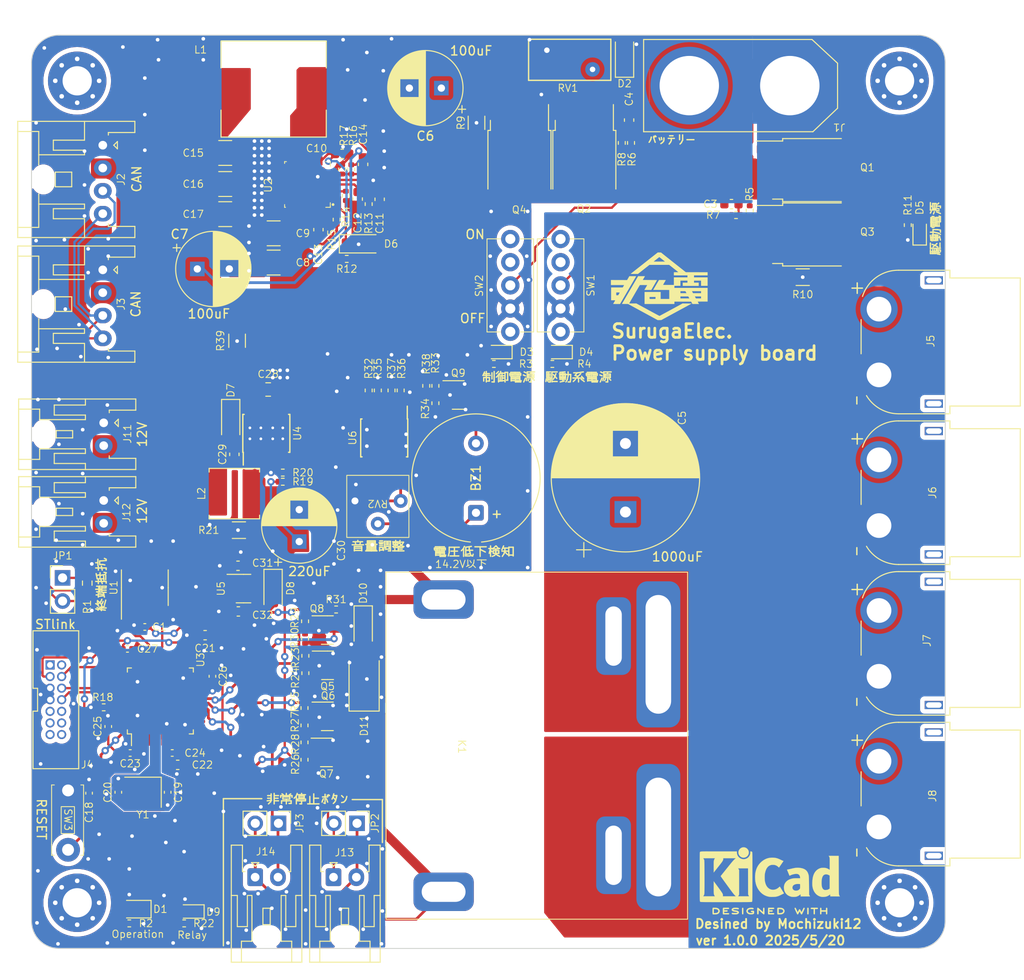
<source format=kicad_pcb>
(kicad_pcb (version 20221018) (generator pcbnew)
  (layers (0 "F.Cu" signal) (31 "B.Cu" signal) (34 "B.Paste" user) (35 "F.Paste" user) (36 "B.SilkS" user "B.Silkscreen") (37 "F.SilkS" user "F.Silkscreen") (38 "B.Mask" user) (39 "F.Mask" user) (44 "Edge.Cuts" user))
  (net 0 "")
  (net 1 "GND")
  (net 2 "+5V")
  (net 3 "+3.3V")
  (net 4 "+BATT")
  (net 5 "Net-(Q1-G)")
  (net 6 "Net-(Q2-G)")
  (net 7 "Actuator_Power")
  (net 8 "Logic_line_Power")
  (net 9 "+12V")
  (net 11 "Net-(U2-V_{CC})")
  (net 12 "Net-(U2-SS)")
  (net 13 "Net-(C13-Pad1)")
  (net 14 "Net-(U2-BST)")
  (net 15 "Net-(U2-FB)")
  (net 16 "Net-(SW3-B)")
  (net 17 "Net-(U3-PD1)")
  (net 18 "Net-(U3-PD0)")
  (net 19 "Net-(U4-BOOT)")
  (net 20 "Net-(D7-K)")
  (net 21 "Net-(D1-A)")
  (net 22 "Net-(D3-A)")
  (net 23 "Net-(D4-A)")
  (net 24 "Net-(D5-A)")
  (net 25 "Net-(D6-K)")
  (net 26 "Net-(D11-K)")
  (net 27 "Net-(D9-A)")
  (net 28 "Net-(D10-A)")
  (net 29 "Net-(J2-Pin_3)")
  (net 30 "Net-(J2-Pin_4)")
  (net 33 "/STM32F103/SWDIO")
  (net 34 "/STM32F103/SWCLK")
  (net 35 "/STM32F103/SWO")
  (net 42 "/Power_relay/Main_power_OUT")
  (net 43 "Net-(J13-Pin_1)")
  (net 44 "Net-(J13-Pin_2)")
  (net 45 "/EMS/Relay_Signal_OUT")
  (net 46 "Net-(JP1-A)")
  (net 47 "Net-(Q1-D)")
  (net 48 "Net-(Q2-D)")
  (net 49 "Net-(Q5-G)")
  (net 50 "Net-(Q6-G)")
  (net 51 "Net-(Q6-D)")
  (net 52 "Net-(Q7-G)")
  (net 53 "Net-(Q8-G)")
  (net 54 "/EMS/MCU_EMS_Observe")
  (net 55 "MCU_running")
  (net 56 "Net-(SW1-B)")
  (net 57 "Net-(SW2-B)")
  (net 58 "Net-(U2-P_{GOOD})")
  (net 59 "Net-(U2-T_{ON})")
  (net 60 "Net-(U2-I_{LIM})")
  (net 61 "Net-(U3-BOOT0)")
  (net 62 "Net-(U4-VSENSE)")
  (net 63 "/EMS/MCU_EMC_signal")
  (net 64 "/STM32F103/CAN_TX")
  (net 65 "/STM32F103/CAN_RX")
  (net 95 "Net-(BZ1--)")
  (net 96 "Net-(BZ1-+)")
  (net 97 "Net-(Q9-G)")
  (net 98 "Net-(U6A-+)")
  (net 99 "Net-(R33-Pad2)")
  (net 100 "Net-(U6A--)")
  (footprint "Capacitor_SMD:C_0402_1005Metric" (layer "F.Cu") (at 119.8 120.2 -90)
    (fp_text reference "C26")
    (fp_text value "0.1uF")
  )
  (footprint "Capacitor_THT:CP_Radial_D8.0mm_P3.50mm" (layer "F.Cu") (at 144.852651 55.8 180)
    (fp_text reference "C6")
    (fp_text value "100uF")
  )
  (footprint "Capacitor_SMD:C_0402_1005Metric" (layer "F.Cu") (at 108.4 125.7 90)
    (fp_text reference "C25")
    (fp_text value "0.1uF")
  )
  (footprint "Connector_AMASS:AMASS_XT60PW-F_1x02_P7.20mm_Horizontal" (layer "F.Cu") (at 192.75 136.7 -90)
    (fp_text reference "J8")
    (fp_text value "Conn_01x02")
  )
  (footprint "Resistor_SMD:R_0402_1005Metric" (layer "F.Cu") (at 129.937701 114.177701 90)
    (fp_text reference "R29")
    (fp_text value "100")
  )
  (footprint "Resistor_SMD:R_0402_1005Metric" (layer "F.Cu") (at 127.5 97.9 180)
    (fp_text reference "R20")
    (fp_text value "3.9k")
  )
  (footprint "LED_SMD:LED_0603_1608Metric" (layer "F.Cu") (at 157.7 84.7 180)
    (fp_text reference "D4")
    (fp_text value "LED")
  )
  (footprint "Resistor_SMD:R_0402_1005Metric" (layer "F.Cu") (at 164.6 61.8 -90)
    (fp_text reference "R8")
    (fp_text value "10k")
  )
  (footprint "Resistor_SMD:R_0402_1005Metric" (layer "F.Cu") (at 129.875201 123.677701 90)
    (fp_text reference "R25")
    (fp_text value "100")
  )
  (footprint "Resistor_SMD:R_0402_1005Metric" (layer "F.Cu") (at 129.97 119.86 -90)
    (fp_text reference "R24")
    (fp_text value "10k")
  )
  (footprint "Capacitor_SMD:C_0603_1608Metric" (layer "F.Cu") (at 176.6 68.5)
    (fp_text reference "C3")
    (fp_text value "0.1uF")
  )
  (footprint "Capacitor_THT:CP_Radial_D8.0mm_P3.50mm" (layer "F.Cu") (at 129.3 105.452651 90)
    (fp_text reference "C30")
    (fp_text value "220uF")
  )
  (footprint "Resistor_SMD:R_0402_1005Metric" (layer "F.Cu") (at 134.5 74.5)
    (fp_text reference "R12")
    (fp_text value "10k")
  )
  (footprint "Resistor_SMD:R_1206_3216Metric" (layer "F.Cu") (at 122.7 104.2 180)
    (fp_text reference "R21")
    (fp_text value "10k")
  )
  (footprint "Resistor_SMD:R_0402_1005Metric" (layer "F.Cu") (at 150.6 86 180)
    (fp_text reference "R3")
    (fp_text value "10k")
  )
  (footprint "Package_TO_SOT_SMD:TO-252-2" (layer "F.Cu") (at 153.4 63.74 -90)
    (fp_text reference "Q4")
    (fp_text value "Q_PMOS_GSD")
  )
  (footprint "Capacitor_SMD:C_0603_1608Metric" (layer "F.Cu") (at 138.1 67.975 90)
    (fp_text reference "C11")
    (fp_text value "4.7uF")
  )
  (footprint "Capacitor_SMD:C_0402_1005Metric" (layer "F.Cu") (at 112.4 114.8)
    (fp_text reference "C1")
    (fp_text value "0.1uF")
  )
  (footprint "Resistor_SMD:R_0402_1005Metric" (layer "F.Cu") (at 134.4 67.6 -90)
    (fp_text reference "R14")
    (fp_text value "205k")
  )
  (footprint "Package_TO_SOT_SMD:TO-252-2" (layer "F.Cu") (at 160.5 63.74 -90)
    (fp_text reference "Q2")
    (fp_text value "Q_PMOS_GSD")
  )
  (footprint "Package_TO_SOT_SMD:SOT-23" (layer "F.Cu") (at 146.7 89.4)
    (fp_text reference "Q9")
    (fp_text value "Q_NMOS_GSD")
  )
  (footprint "RDC_generic:XR76208" (layer "F.Cu") (at 130.2 66.35)
    (fp_text reference "U2")
    (fp_text value "XR76208")
  )
  (footprint "Resistor_SMD:R_0402_1005Metric" (layer "F.Cu") (at 129.937701 116.077701 -90)
    (fp_text reference "R30")
    (fp_text value "10k")
  )
  (footprint "Capacitor_SMD:C_0603_1608Metric" (layer "F.Cu") (at 122.6 108.1 180)
    (fp_text reference "C31")
    (fp_text value "1uF")
  )
  (footprint "Capacitor_SMD:C_0603_1608Metric" (layer "F.Cu") (at 122.6375 113.1 180)
    (fp_text reference "C32")
    (fp_text value "1uF")
  )
  (footprint "Connector_AMASS:AMASS_XT60PW-F_1x02_P7.20mm_Horizontal" (layer "F.Cu") (at 192.75 87.2 -90)
    (fp_text reference "J5")
    (fp_text value "Conn_01x02")
  )
  (footprint "Diode_SMD:D_SOD-123F" (layer "F.Cu") (at 121.8 92.1 -90)
    (fp_text reference "D7")
    (fp_text value "D_Schottky")
  )
  (footprint "Capacitor_SMD:C_1210_3225Metric" (layer "F.Cu") (at 121.2 62.9)
    (fp_text reference "C15")
    (fp_text value "47uF")
  )
  (footprint "Capacitor_SMD:C_0603_1608Metric" (layer "F.Cu") (at 122.2 95.9 90)
    (fp_text reference "C29")
    (fp_text value "0.01uF")
  )
  (footprint "Resistor_SMD:R_0402_1005Metric" (layer "F.Cu") (at 129.875201 125.577701 -90)
    (fp_text reference "R27")
    (fp_text value "10k")
  )
  (footprint "RDC_generic:JTAG_box_connector" (layer "F.Cu") (at 102.665 131.72)
    (fp_text reference "J4")
    (fp_text value "STlink_v3")
  )
  (footprint "Package_TO_SOT_SMD:SOT-23" (layer "F.Cu") (at 132.4 119)
    (fp_text reference "Q5")
    (fp_text value "Q_NMOS_GSD")
  )
  (footprint "Connector_JST:JST_XA_S04B-XASK-1_1x04_P2.50mm_Horizontal" (layer "F.Cu") (at 107.8 62.05 -90)
    (fp_text reference "J2")
    (fp_text value "Conn_01x04")
  )
  (footprint "Resistor_SMD:R_0402_1005Metric" (layer "F.Cu") (at 136.9 68.5 -90)
    (fp_text reference "R13")
    (fp_text value "10k")
  )
  (footprint "Connector_PinHeader_2.54mm:PinHeader_1x02_P2.54mm_Vertical" (layer "F.Cu") (at 127.025 136.3 -90)
    (fp_text reference "JP3")
    (fp_text value "Jumper")
  )
  (footprint "LED_SMD:LED_0603_1608Metric" (layer "F.Cu") (at 117.4075 145.9575 180)
    (fp_text reference "D9")
    (fp_text value "LED")
  )
  (footprint "Diode_SMD:D_SOD-123F" (layer "F.Cu") (at 136.3 114.7 -90)
    (fp_text reference "D10")
    (fp_text value "D")
  )
  (footprint "Capacitor_SMD:C_1210_3225Metric" (layer "F.Cu") (at 126.5 74.9 180)
    (fp_text reference "C8")
    (fp_text value "10uF")
  )
  (footprint "Varistor:RV_Disc_D9mm_W4.5mm_P5mm" (layer "F.Cu") (at 161.4 53.75 180)
    (fp_text reference "RV1")
    (fp_text value "Varistor")
  )
  (footprint "Resistor_SMD:R_0402_1005Metric" (layer "F.Cu") (at 140.4 88.9 -90)
    (fp_text reference "R36")
    (fp_text value "12k")
  )
  (footprint "Connector_PinHeader_2.54mm:PinHeader_1x02_P2.54mm_Vertical" (layer "F.Cu") (at 135.625 136.3 -90)
    (fp_text reference "JP2")
    (fp_text value "Jumper")
  )
  (footprint "Capacitor_THT:CP_Radial_D16.0mm_P7.50mm" (layer "F.Cu") (at 165 102.212755 90)
    (fp_text reference "C5")
    (fp_text value "1000uF")
  )
  (footprint "Capacitor_SMD:C_0402_1005Metric" (layer "F.Cu") (at 110.8 128.6 180)
    (fp_text reference "C23")
    (fp_text value "0.1uF")
  )
  (footprint "Crystal:Crystal_SMD_3225-4Pin_3.2x2.5mm" (layer "F.Cu") (at 112.2 132.9 180)
    (fp_text reference "Y1")
    (fp_text value "12MHz")
  )
  (footprint "Resistor_SMD:R_0402_1005Metric" (layer "F.Cu") (at 144.2 90.3 90)
    (fp_text reference "R34")
    (fp_text value "10k")
  )
  (footprint "RDC_generic:HE1AN-W-DC12V-Y6+Y5" (layer "F.Cu") (at 135.1 127.8 -90)
    (fp_text reference "K1")
    (fp_text value "HE1AN-W-DC12V-Y6")
  )
  (footprint "Buzzer_Beeper:Indicator_PUI_AI-1440-TWT-24V-2-R" (layer "F.Cu") (at 148.64 102.3 90)
    (fp_text reference "BZ1")
    (fp_text value "Buzzer")
  )
  (footprint "Capacitor_SMD:C_0603_1608Metric" (layer "F.Cu") (at 116 129.9 180)
    (fp_text reference "C22")
    (fp_text value "10uF")
  )
  (footprint "Package_TO_SOT_SMD:SOT-23-3" (layer "F.Cu") (at 123.2 110.6)
    (fp_text reference "U5")
    (fp_text value "XC6206P332MR-G")
  )
  (footprint "Diode_SMD:D_SOD-123F" (layer "F.Cu") (at 164.9 52.4 90)
    (fp_text reference "D2")
    (fp_text value "D_Schottky")
  )
  (footprint "Connector_AMASS:AMASS_XT60PW-F_1x02_P7.20mm_Horizontal" (layer "F.Cu") (at 192.75 103.7 -90)
    (fp_text reference "J6")
    (fp_text value "Conn_01x02")
  )
  (footprint "Capacitor_SMD:C_0402_1005Metric" (layer "F.Cu") (at 106.3 133 90)
    (fp_text reference "C18")
    (fp_text value "0.1uF")
  )
  (footprint "Capacitor_SMD:C_0402_1005Metric" (layer "F.Cu") (at 115.4 128.6 180)
    (fp_text reference "C24")
    (fp_text value "0.1uF")
  )
  (footprint "RDC_generic:GF063P" (layer "F.Cu") (at 137.9 101.6 180)
    (fp_text reference "RV2")
    (fp_text value "10k")
  )
  (footprint "Diode_SMD:D_SOD-123F" (layer "F.Cu") (at 126.4375 110.7 -90)
    (fp_text reference "D8")
    (fp_text value "D_Schottky")
  )
  (footprint "Inductor_SMD:L_Sunlord_MWSA1004S" (layer "F.Cu") (at 126.5 55.9 180)
    (fp_text reference "L1")
    (fp_text value "8.2uH")
  )
  (footprint "Capacitor_SMD:C_0402_1005Metric" (layer "F.Cu") (at 114.9 132.9 -90)
    (fp_text reference "C19")
    (fp_text value "15pF")
  )
  (footprint "RDC_generic:Toggle_switch" (layer "F.Cu") (at 157.9 77.4 90)
    (fp_text reference "SW1")
    (fp_text value "SW_SPST")
  )
  (footprint "Resistor_SMD:R_0402_1005Metric" (layer "F.Cu") (at 139.4 88.9 90)
    (fp_text reference "R37")
    (fp_text value "20k")
  )
  (footprint "Resistor_SMD:R_0402_1005Metric" (layer "F.Cu") (at 127.5 98.9)
    (fp_text reference "R19")
    (fp_text value "12k")
  )
  (footprint "Connector_JST:JST_XA_S02B-XASK-1_1x02_P2.50mm_Horizontal" (layer "F.Cu") (at 107.9 92.45 -90)
    (fp_text reference "J11")
    (fp_text value "Conn_01x02")
  )
  (footprint "Diode_SMD:D_SOD-123" (layer "F.Cu") (at 136.05 72.85)
    (fp_text reference "D6")
    (fp_text value "D_Zener")
  )
  (footprint "MountingHole:MountingHole_3.2mm_M3_Pad_Via" (layer "F.Cu") (at 105 55)
    (fp_text reference "H1" hide)
    (fp_text value "MountingHole_Pad")
  )
  (footprint "Resistor_SMD:R_0402_1005Metric" (layer "F.Cu") (at 178.6 69.2 -90)
    (fp_text reference "R5")
    (fp_text value "10k")
  )
  (footprint "Package_TO_SOT_SMD:TO-252-2" (layer "F.Cu") (at 185.515 71.825)
    (fp_text reference "Q3")
    (fp_text value "Q_PMOS_GSD")
  )
  (footprint "Resistor_SMD:R_0402_1005Metric" (layer "F.Cu") (at 195.9 70.8 90)
    (fp_text reference "R11")
    (fp_text value "10k")
  )
  (footprint "Symbol:KiCad-Logo2_6mm_SilkScreen" (layer "F.Cu") (at 180.792514 141.904848)
    (fp_text reference "REF**" hide)
    (fp_text value "KiCad-Logo2_6mm_SilkScreen" hide)
  )
  (footprint "LED_SMD:LED_0805_2012Metric" (layer "F.Cu") (at 111.4 145.7 180)
    (fp_text reference "D1")
    (fp_text value "LED")
  )
  (footprint "Resistor_SMD:R_0402_1005Metric" (layer "F.Cu") (at 110.7 147.2575)
    (fp_text reference "R2")
    (fp_text value "1.2k")
  )
  (footprint "Connector_JST:JST_XA_S02B-XASK-1_1x02_P2.50mm_Horizontal" (layer "F.Cu") (at 124.475 142.2)
    (fp_text reference "J14")
    (fp_text value "Conn_01x02")
  )
  (footprint "Capacitor_SMD:C_1210_3225Metric" (layer "F.Cu") (at 126.5 71.7 180)
    (fp_text reference "C9")
    (fp_text value "10uF")
  )
  (footprint "Package_TO_SOT_SMD:SOT-23" (layer "F.Cu") (at 132.275201 128.537701)
    (fp_text reference "Q7")
    (fp_text value "Q_PMOS_GSD")
  )
  (footprint "Connector_JST:JST_XA_S04B-XASK-1_1x04_P2.50mm_Horizontal" (layer "F.Cu") (at 107.8 75.7 -90)
    (fp_text reference "J3")
    (fp_text value "Conn_01x04")
  )
  (footprint "Resistor_SMD:R_0402_1005Metric" (layer "F.Cu") (at 137.9 88.9 90)
    (fp_text reference "R35")
    (fp_text value "10k")
  )
  (footprint "Resistor_SMD:R_0402_1005Metric" (layer "F.Cu") (at 177.1 69.7 180)
    (fp_text reference "R7")
    (fp_text value "10k")
  )
  (footprint "Capacitor_SMD:C_0603_1608Metric" (layer "F.Cu") (at 131.4 71.3 -90)
    (fp_text reference "C13")
    (fp_text value "1uF")
  )
  (footprint "Resistor_SMD:R_0402_1005Metric" (layer "F.Cu") (at 157 86 180)
    (fp_text reference "R4")
    (fp_text value "10k")
  )
  (footprint "Resistor_SMD:R_1206_3216Metric" (layer "F.Cu") (at 148.7 59.6 -90)
    (fp_text reference "R9")
    (fp_text value "10k")
  )
  (footprint "MountingHole:MountingHole_3.2mm_M3_Pad_Via" (layer "F.Cu") (at 105 145)
    (fp_text reference "H3" hide)
    (fp_text value "MountingHole_Pad")
  )
  (footprint "Resistor_SMD:R_0402_1005Metric" (layer "F.Cu") (at 143.2 88.4 -90)
    (fp_text reference "R38")
    (fp_text value "15k")
  )
  (footprint "Capacitor_SMD:C_0603_1608Metric" (layer "F.Cu") (at 119 115.7 180)
    (fp_text reference "C21")
    (fp_text value "10uF")
  )
  (footprint "LED_SMD:LED_0603_1608Metric" (layer "F.Cu") (at 197.2 71.5 90)
    (fp_text reference "D5")
    (fp_text value "LED")
  )
  (footprint "RDC_generic:suruden_logo" (layer "F.Cu") (at 168.724008 78.154135)
    (fp_text reference "G***" hide)
    (fp_text value "LOGO" hide)
  )
  (footprint "LED_SMD:LED_0603_1608Metric" (layer "F.Cu") (at 151.1125 84.7 180)
    (fp_text reference "D3")
    (fp_text value "LED")
  )
  (footprint "Capacitor_SMD:C_0603_1608Metric" (layer "F.Cu") (at 135.7 67.95 -90)
    (fp_text reference "C12")
    (fp_text value "47nF")
  )
  (footprint "Capacitor_SMD:C_0603_1608Metric" (layer "F.Cu") (at 165.4 59.3 -90)
    (fp_text reference "C4")
    (fp_text value "0.1uF")
  )
  (footprint "Capacitor_SMD:C_0805_2012Metric" (layer "F.Cu") (at 125.9 88.8)
    (fp_text reference "C28")
    (fp_text value "10uF")
  )
  (footprint "MountingHole:MountingHole_3.2mm_M3_Pad_Via" (layer "F.Cu") (at 195 55)
    (fp_text reference "H2" hide)
    (fp_text value "MountingHole_Pad")
  )
  (footprint "Package_TO_SOT_SMD:SOT-23" (layer "F.Cu") (at 132.375201 115.137701)
    (fp_text reference "Q8")
    (fp_text value "Q_NMOS_GSD")
  )
  (footprint "Resistor_SMD:R_0402_1005Metric" (layer "F.Cu") (at 144.2 88.4 90)
    (fp_text reference "R33")
    (fp_text value "100")
  )
  (footprint "Resistor_SMD:R_0402_1005Metric" (layer "F.Cu") (at 136.9 88.9 -90)
    (fp_text reference "R32")
    (fp_text value "2.4k")
  )
  (footprint "Resistor_SMD:R_1206_3216Metric" (layer "F.Cu") (at 122.5 83.4625 90)
    (fp_text reference "R39")
    (fp_text value "10k")
  )
  (footprint "Capacitor_THT:CP_Radial_D8.0mm_P3.50mm" (layer "F.Cu") (at 118.147349 75.6)
    (fp_text reference "C7")
    (fp_text value "100uF")
  )
  (footprint "Connector_JST:JST_XA_S02B-XASK-1_1x02_P2.50mm_Horizontal" (layer "F.Cu") (at 133.05 142.2)
    (fp_text reference "J13")
    (fp_text value "Conn_01x02")
  )
  (footprint "Resistor_SMD:R_0402_1005Metric" (layer "F.Cu") (at 116.7075 147.2575)
    (fp_text reference "R22")
    (fp_text value "10k")
  )
  (footprint "Resistor_SMD:R_0402_1005Metric" (layer "F.Cu") (at 135 64.7 -90)
    (fp_text reference "R16")
    (fp_text value "47k")
  )
  (footprint "Capacitor_SMD:C_0603_1608Metric" (layer "F.Cu") (at 134 63)
    (fp_text reference "C10")
    (fp_text value "0.1uF")
  )
  (footprint "Package_TO_SOT_SMD:TO-252-2" (layer "F.Cu") (at 185.515 64.775)
    (fp_text reference "Q1")
    (fp_text value "Q_PMOS_GSD")
  )
  (footprint "Resistor_SMD:R_0402_1005Metric" (layer "F.Cu") (at 129.875201 127.437701 90)
    (fp_text reference "R28")
    (fp_text value "10k")
  )
  (footprint "Package_SO:SOIC-8_3.9x4.9mm_P1.27mm" (layer "F.Cu") (at 112.4 110.5 90)
    (fp_text reference "U1")
    (fp_text value "SN65HVD230")
  )
  (footprint "Capacitor_SMD:C_0603_1608Metric" (layer "F.Cu") (at 136.29 64.15 -90)
    (fp_text reference "C14")
    (fp_text value "68p")
  )
  (footprint "Resistor_SMD:R_0402_1005Metric" (layer "F.Cu") (at 129.97 117.96 -90)
    (fp_text reference "R23")
    (fp_text value "100")
  )
  (footprint "Capacitor_SMD:C_1210_3225Metric" (layer "F.Cu") (at 121.2 66.3)
    (fp_text reference "C16")
    (fp_text value "47uF")
  )
  (footprint "Inductor_SMD:L_Sunlord_SWPA5040S" (layer "F.Cu") (at 122.2 100.2)
    (fp_text reference "L2")
    (fp_text value "15uH")
  )
  (footprint "Resistor_SMD:R_0402_1005Metric" (layer "F.Cu") (at 133.337701 112.887701)
    (fp_text reference "R31")
    (fp_text value "10k")
  )
  (footprint "Connector_PinHeader_2.54mm:PinHeader_1x02_P2.54mm_Vertical" (layer "F.Cu") (at 103.4 109.425)
    (fp_text reference "JP1")
    (fp_text value "Jumper")
  )
  (footprint "Connector_JST:JST_XA_S02B-XASK-1_1x02_P2.50mm_Horizontal" (layer "F.Cu") (at 107.9 100.95 -90)
    (fp_text reference "J12")
    (fp_text value "Conn_01x02")
  )
  (footprint "Package_QFP:LQFP-48_7x7mm_P0.5mm" (layer "F.Cu") (at 114.1 122.9 90)
    (fp_text reference "U3")
    (fp_text value "STM32F103CBTx")
  )
  (footprint "Resistor_SMD:R_1206_3216Metric" (layer "F.Cu") (at 184.4 76.5)
    (fp_text reference "R10")
    (fp_text value "10k")
  )
  (footprint "RDC_generic:TVBP06-B043" (layer "F.Cu") (at 104 132.7 -90)
    (fp_text reference "SW3")
    (fp_text value "SW_SPST")
  )
  (footprint "Resistor_SMD:R_0603_1608Metric" (layer "F.Cu") (at 106.1 110 -90)
    (fp_text reference "R1")
    (fp_text value "120")
  )
  (footprint "Resistor_SMD:R_0402_1005Metric" (layer "F.Cu") (at 107.9 123.6 180)
    (fp_text reference "R18")
    (fp_text value "10k")
  )
  (footprint "Package_SO:TI_SO-PowerPAD-8_ThermalVias" (layer "F.Cu") (at 125.7 93.6 90)
    (fp_text reference "U4")
    (fp_text value "TPS5430DDA")
  )
  (footprint "Diode_SMD:D_SMA" (layer "F.Cu") (at 136.4 120.5 90)
    (fp_text reference "D11")
    (fp_text value "D_Zener")
  )
  (footprint "Resistor_SMD:R_0402_1005Metric" (layer "F.Cu") (at 129.875201 129.337701 90)
    (fp_text reference "R26")
    (fp_text value "10k")
  )
  (footprint "Connector_AMASS:AMASS_XT60PW-F_1x02_P7.20mm_Horizontal" (layer "F.Cu") (at 192.75 120.2 -90)
    (fp_text reference "J7")
    (fp_text value "Conn_01x02")
  )
  (footprint "Capacitor_SMD:C_0402_1005Metric" (layer "F.Cu") (at 110.5 117.2)
    (fp_text reference "C27")
    (fp_text value "0.1uF")
  )
  (footprint "Package_SO:PowerIntegrations_SO-8" (layer "F.Cu") (at 138.6 94.1 -90)
    (fp_text reference "U6")
    (fp_text value "LM393")
  )
  (footprint "Capacitor_SMD:C_0402_1005Metric" (layer "F.Cu") (at 109.5 132.9 90)
    (fp_text reference "C20")
    (fp_text value "15pF")
  )
  (footprint "MountingHole:MountingHole_3.2mm_M3_Pad_Via" (layer "F.Cu") (at 195 145)
    (fp_text reference "H4" hide)
    (fp_text value "MountingHole_Pad")
  )
  (footprint "Package_TO_SOT_SMD:SOT-23" (layer "F.Cu") (at 132.375201 124.587701)
    (fp_text reference "Q6")
    (fp_text value "Q_NMOS_GSD")
  )
  (footprint "Capacitor_SMD:C_1210_3225Metric" (layer "F.Cu") (at 121.2 69.6)
    (fp_text reference "C17")
    (fp_text value "47uF")
  )
  (footprint "RDC_generic:XT90-M" (layer "F.Cu") (at 177.5125 49.4 180)
    (fp_text reference "J1")
    (fp_text value "Conn_01x02")
  )
  (footprint "RDC_generic:Toggle_switch" (layer "F.Cu") (at 152.4 77.4 90)
    (fp_text reference "SW2")
    (fp_text value "SW_SPST")
  )
  (footprint "Resistor_SMD:R_0402_1005Metric" (layer "F.Cu") (at 133.4 70.2 90)
    (fp_text reference "R15")
    (fp_text value "4.7k")
  )
  (footprint "Resistor_SMD:R_0402_1005Metric" (layer "F.Cu") (at 165.61 61.8 90)
    (fp_text reference "R6")
    (fp_text value "10k")
  )
  (footprint "Resistor_SMD:R_0402_1005Metric" (layer "F.Cu") (at 134 64.7 90)
    (fp_text reference "R17")
    (fp_text value "2.4k")
  )
  (gr_line (start 135.1 133.7) (end 138.4 133.7) (stroke (width 0.15)) (layer "F.SilkS"))
  (gr_line (start 121 133.6) (end 121 149.7) (stroke (width 0.15)) (layer "F.SilkS"))
  (gr_line (start 138.4 133.7) (end 138.4 138.4) (stroke (width 0.15)) (layer "F.SilkS"))
  (gr_line (start 125.2 133.6) (end 121 133.6) (stroke (width 0.15)) (layer "F.SilkS"))
  (gr_line (start 197 50) (end 103 50) (stroke (width 0.1)) (layer "Edge.Cuts"))
  (gr_arc (start 200 147) (mid 199.12132 149.12132) (end 197 150) (stroke (width 0.1)) (layer "Edge.Cuts"))
  (gr_line (start 100 53) (end 100 147) (stroke (width 0.1)) (layer "Edge.Cuts"))
  (gr_line (start 200 147) (end 200 53) (stroke (width 0.1)) (layer "Edge.Cuts"))
  (gr_line (start 103 150) (end 197 150) (stroke (width 0.1)) (layer "Edge.Cuts"))
  (gr_arc (start 100 53) (mid 100.87868 50.87868) (end 103 50) (stroke (width 0.1)) (layer "Edge.Cuts"))
  (gr_arc (start 103 150) (mid 100.87868 149.12132) (end 100 147) (stroke (width 0.1)) (layer "Edge.Cuts"))
  (gr_arc (start 197 50) (mid 199.12132 50.87868) (end 200 53) (stroke (width 0.1)) (layer "Edge.Cuts"))
  (gr_text "12V" (at 112.7 95.2 90) (layer "F.SilkS") (effects (font (size 1 1)) (justify left bottom)))
  (gr_text "220uF\n" (at 128 109.3) (layer "F.SilkS") (effects (font (size 1 1)) (justify left bottom)))
  (gr_text "バッテリー" (at 167.3 62.1) (layer "F.SilkS") (effects (font (size 1 1)) (justify left bottom)))
  (gr_text "終端抵抗\n" (at 108.3 113.2 90) (layer "F.SilkS") (effects (font (size 1 1)) (justify left bottom)))
  (gr_text "ON" (at 147.4 72.4) (layer "F.SilkS") (effects (font (size 1 1)) (justify left bottom)))
  (gr_text "ver 1.0.0 2025/5/20" (at 172.57 149.72) (layer "F.SilkS") (effects (font (size 1 1) (thickness 0.2) bold) (justify left bottom)))
  (gr_text "駆動電源" (at 199.6 74.2 90) (layer "F.SilkS") (effects (font (size 1 1)) (justify left bottom)))
  (gr_text "音量調整" (at 134.9 106.6) (layer "F.SilkS") (effects (font (size 1 1)) (justify left bottom)))
  (gr_text "制御電源" (at 149.2 88.1) (layer "F.SilkS") (effects (font (size 1 1)) (justify left bottom)))
  (gr_text "CAN" (at 112.1 67.3 90) (layer "F.SilkS") (effects (font (size 1 1)) (justify left bottom)))
  (gr_text "OFF" (at 146.8 81.6) (layer "F.SilkS") (effects (font (size 1 1)) (justify left bottom)))
  (gr_text "1000uF\n" (at 167.8 107.7) (layer "F.SilkS") (effects (font (size 1 1)) (justify left bottom)))
  (gr_text "12V" (at 112.7 103.6 90) (layer "F.SilkS") (effects (font (size 1 1)) (justify left bottom)))
  (gr_text "SurugaElec.\nPower supply board" (at 163.3 85.7) (layer "F.SilkS") (effects (font (size 1.5 1.5) (thickness 0.3) bold) (justify left bottom)))
  (gr_text "電圧低下検知" (at 143.9 107.2) (layer "F.SilkS") (effects (font (size 1 1)) (justify left bottom)))
  (gr_text "+" (at 150.2 102.97) (layer "F.SilkS") (effects (font (size 1 1)) (justify left bottom)))
  (gr_text "STlink" (at 100.3 115.1) (layer "F.SilkS") (effects (font (size 1 1)) (justify left bottom)))
  (gr_text "駆動系電源" (at 156.1 88.1) (layer "F.SilkS") (effects (font (size 1 1)) (justify left bottom)))
  (gr_text "100uF\n" (at 117 81.1) (layer "F.SilkS") (effects (font (size 1 1)) (justify left bottom)))
  (gr_text "Desined by Mochizuki12" (at 172.5 147.9) (layer "F.SilkS") (effects (font (size 1 1) (thickness 0.2) bold) (justify left bottom)))
  (gr_text "Relay\n" (at 115.9 149) (layer "F.SilkS") (effects (font (size 0.8 0.8) (thickness 0.1)) (justify left bottom)))
  (gr_text "RESET" (at 100.5 133.5 -90) (layer "F.SilkS") (effects (font (size 1 1)) (justify left bottom)))
  (gr_text "Operation" (at 108.7 148.9) (layer "F.SilkS") (effects (font (size 0.8 0.8) (thickness 0.1)) (justify left bottom)))
  (gr_text "非常停止ボタン" (at 125.6 134.3) (layer "F.SilkS") (effects (font (size 1 1)) (justify left bottom)))
  (gr_text "CAN" (at 112 81 90) (layer "F.SilkS") (effects (font (size 1 1)) (justify left bottom)))
  (gr_text "100uF\n" (at 145.7 52.3) (layer "F.SilkS") (effects (font (size 1 1)) (justify left bottom)))
  (gr_text "14.2V以下" (at 144.1 108.4) (layer "F.SilkS") (effects (font (size 0.8 0.8) (thickness 0.1)) (justify left bottom)))
  (segment (start 112.275 145.9575) (end 112.275 147.2925) (width 0.3) (layer "F.Cu") (net 1))
  (segment (start 121.8 93.5) (end 125.6 93.5) (width 0.5) (layer "F.Cu") (net 1))
  (segment (start 148.7 61.0625) (end 148.7 59.6) (width 0.25) (layer "F.Cu") (net 1))
  (segment (start 131.437701 125.537701) (end 131.437701 124.745201) (width 0.25) (layer "F.Cu") (net 1))
  (segment (start 112.1255 117.2) (end 110.98 117.2) (width 0.25) (layer "F.Cu") (net 1))
  (segment (start 115.225 129.9) (end 115.225 130.225) (width 0.25) (layer "F.Cu") (net 1))
  (segment (start 115.225 130.225) (end 115.9 130.9) (width 0.25) (layer "F.Cu") (net 1))
  (segment (start 121.825 108.1) (end 120.6 108.1) (width 0.3) (layer "F.Cu") (net 1))
  (segment (start 114.85 125.45) (end 114.8 125.4) (width 0.25) (layer "F.Cu") (net 1))
  (segment (start 152.175 85.975) (end 152.2 86) (width 0.25) (layer "F.Cu") (net 1))
  (segment (start 110.32 127.62) (end 110.3 127.6) (width 0.25) (layer "F.Cu") (net 1))
  (segment (start 110.98 117.2) (end 111.117764 117.2) (width 0.25) (layer "F.Cu") (net 1))
  (segment (start 107.39 123.6) (end 106.5 123.6) (width 0.25) (layer "F.Cu") (net 1))
  (segment (start 158.575 84.7) (end 158.575 85.975) (width 0.25) (layer "F.Cu") (net 1))
  (segment (start 145.7625 90.35) (end 144.66 90.35) (width 0.25) (layer "F.Cu") (net 1))
  (segment (start 121.05 112.2875) (end 121.05 110.6625) (width 0.3) (layer "F.Cu") (net 1))
  (segment (start 121.825 109.4125) (end 122.0625 109.65) (width 0.3) (layer "F.Cu") (net 1))
  (segment (start 185.8625 76.5) (end 184.4 76.5) (width 0.25) (layer "F.Cu") (net 1))
  (segment (start 131.47 119.95) (end 131.47 119.064732) (width 0.25) (layer "F.Cu") (net 1))
  (segment (start 111.117764 117.2) (end 111.85 117.932236) (width 0.25) (layer "F.Cu") (net 1))
  (segment (start 125.6 93.5) (end 125.7 93.6) (width 0.5) (layer "F.Cu") (net 1))
  (segment (start 144.66 90.35) (end 144.2 90.81) (width 0.25) (layer "F.Cu") (net 1))
  (segment (start 133.34 64.85) (end 134 64.19) (width 0.25) (layer "F.Cu") (net 1))
  (segment (start 129.937701 116.587701) (end 130.937701 116.587701) (width 0.3) (layer "F.Cu") (net 1))
  (segment (start 131.437701 116.087701) (end 131.437701 115.212299) (width 0.25) (layer "F.Cu") (net 1))
  (segment (start 118.2625 120.65) (end 119.77 120.65) (width 0.25) (layer "F.Cu") (net 1))
  (segment (start 106.3 132.52) (end 104.18 132.52) (width 0.3) (layer "F.Cu") (net 1))
  (segment (start 110.495 109.395) (end 110.8 109.7) (width 0.25) (layer "F.Cu") (net 1))
  (segment (start 130.950402 119.95) (end 130.512701 120.387701) (width 0.25) (layer "F.Cu") (net 1))
  (segment (start 122.5 82) (end 122.5 83.5) (width 0.3) (layer "F.Cu") (net 1))
  (segment (start 137.2 72.85) (end 135.85 72.85) (width 0.25) (layer "F.Cu") (net 1))
  (segment (start 111.92 113.13) (end 111.765 112.975) (width 0.25) (layer "F.Cu") (net 1))
  (segment (start 135.4 69.8) (end 134.4 68.8) (width 0.25) (layer "F.Cu") (net 1))
  (segment (start 138.1 66.6) (end 137.4 65.9) (width 0.25) (layer "F.Cu") (net 1))
  (segment (start 121.05 110.6625) (end 122.0625 109.65) (width 0.3) (layer "F.Cu") (net 1))
  (segment (start 152.175 84.7) (end 152.175 85.975) (width 0.25) (layer "F.Cu") (net 1))
  (segment (start 114.85 127.0625) (end 114.85 128.53) (width 0.25) (layer "F.Cu") (net 1))
  (segment (start 114.85 128.53) (end 114.92 128.6) (width 0.25) (layer "F.Cu") (net 1))
  (segment (start 110.73 132.42) (end 111.1 132.05) (width 0.25) (layer "F.Cu") (net 1))
  (segment (start 121.8625 113.1) (end 121.05 112.2875) (width 0.3) (layer "F.Cu") (net 1))
  (segment (start 118.225 115.7) (end 117 115.7) (width 0.3) (layer "F.Cu") (net 1))
  (segment (start 130.887701 126.087701) (end 131.437701 125.537701) (width 0.25) (layer "F.Cu") (net 1))
  (segment (start 158.575 85.975) (end 158.6 86) (width 0.25) (layer "F.Cu") (net 1))
  (segment (start 131.47 119.064732) (end 131.486444 119.048288) (width 0.25) (layer "F.Cu") (net 1))
  (segment (start 112.275 147.2925) (end 112.2675 147.3) (width 0.3) (layer "F.Cu") (net 1))
  (segment (start 110.495 108.025) (end 110.495 109.395) (width 0.25) (layer "F.Cu") (net 1))
  (segment (start 108.4 125.22) (end 108.4 124.555297) (width 0.25) (layer "F.Cu") (net 1))
  (segment (start 113.3 133.75) (end 113.67 133.38) (width 0.25) (layer "F.Cu") (net 1))
  (segment (start 104.18 132.52) (end 104 132.7) (width 0.3) (layer "F.Cu") (net 1))
  (segment (start 197.2 72.375) (end 195.95 72.375) (width 0.3) (layer "F.Cu") (net 1))
  (segment (start 134.775 62.910841) (end 134.775 63) (width 0.25) (layer "F.Cu") (net 1))
  (segment (start 131.47 119.95) (end 130.950402 119.95) (width 0.25) (layer "F.Cu") (net 1))
  (segment (start 164.9 51) (end 166.2 51) (width 0.25) (layer "F.Cu") (net 1))
  (segment (start 119.77 120.65) (end 119.8 120.68) (width 0.25) (layer "F.Cu") (net 1))
  (segment (start 139.4 88.39) (end 139.4 87.4) (width 0.25) (layer "F.Cu") (net 1))
  (segment (start 110.98 117.2) (end 110.98 117.104598) (width 0.25) (layer "F.Cu") (net 1))
  (segment (start 195.95 72.375) (end 195.9 72.425) (width 0.3) (layer "F.Cu") (net 1))
  (segment (start 135.7 69.8) (end 135.7 68.725) (width 0.25) (layer "F.Cu") (net 1))
  (segment (start 109.5 132.42) (end 109.5 131.4) (width 0.25) (layer "F.Cu") (net 1))
  (segment (start 144.2 90.81) (end 144.2 91.8) (width 0.25) (layer "F.Cu") (net 1))
  (segment (start 121.825 108.1) (end 121.825 109.4125) (width 0.3) (layer "F.Cu") (net 1))
  (segment (start 134.775 63.415) (end 134 64.19) (width 0.25) (layer "F.Cu") (net 1))
  (segment (start 137.9 88.39) (end 137.9 87.5) (width 0.25) (layer "F.Cu") (net 1))
  (segment (start 108.47 125.15) (end 109.9375 125.15) (width 0.25) (layer "F.Cu") (net 1))
  (segment (start 121.2375 104.2) (end 122.6 104.2) (width 0.5) (layer "F.Cu") (net 1))
  (segment (start 130.7 64.876) (end 130.7 63.758) (width 0.25) (layer "F.Cu") (net 1))
  (segment (start 106.3 132.52) (end 106.3 131.5) (width 0.3) (layer "F.Cu") (net 1))
  (segment (start 131.437701 115.212299) (end 131.45 115.2) (width 0.25) (layer "F.Cu") (net 1))
  (segment (start 108.4 125.22) (end 108.47 125.15) (width 0.25) (layer "F.Cu") (net 1))
  (segment (start 111.92 114.8) (end 111.92 113.13) (width 0.25) (layer "F.Cu") (net 1))
  (segment (start 109.5 132.42) (end 110.73 132.42) (width 0.25) (layer "F.Cu") (net 1))
  (segment (start 111.92 114.8) (end 111.424598 114.8) (width 0.25) (layer "F.Cu") (net 1))
  (segment (start 114.85 127.0625) (end 114.85 125.45) (width 0.25) (layer "F.Cu") (net 1))
  (segment (start 111.424598 114.8) (end 111.222049 114.597451) (width 0.25) (layer "F.Cu") (net 1))
  (segment (start 134.775 63) (end 134.775 63.415) (width 0.25) (layer "F.Cu") (net 1))
  (segment (start 111.85 117.932236) (end 111.85 118.7375) (width 0.25) (layer "F.Cu") (net 1))
  (segment (start 131.437701 124.745201) (end 131.495201 124.687701) (width 0.25) (layer "F.Cu") (net 1))
  (segment (start 132.792 64.85) (end 133.34 64.85) (width 0.25) (layer "F.Cu") (net 1))
  (segment (start 129.987701 120.387701) (end 129.97 120.37) (width 0.25) (layer "F.Cu") (net 1))
  (segment (start 119.8 120.68) (end 119.8 121.8) (width 0.25) (layer "F.Cu") (net 1))
  (segment (start 138.1 67.2) (end 138.1 66.6) (width 0.25) (layer "F.Cu") (net 1))
  (segment (start 136.695 91.375) (end 136.695 93.195) (width 0.25) (layer "F.Cu") (net 1))
  (segment (start 114.92 128.6) (end 114.92 129.595) (width 0.25) (layer "F.Cu") (net 1))
  (segment (start 130.512701 120.387701) (end 129.987701 120.387701) (width 0.25) (layer "F.Cu") (net 1))
  (segment (start 134.4 68.8) (end 134.4 68.11) (width 0.25) (layer "F.Cu") (net 1))
  (segment (start 134.088659 62.2245) (end 134.775 62.910841) (width 0.25) (layer "F.Cu") (net 1))
  (segment (start 113.67 133.38) (end 114.9 133.38) (width 0.25) (layer "F.Cu") (net 1))
  (segment (start 126.99 97.9) (end 126.2 97.9) (width 0.25) (layer "F.Cu") (net 1))
  (segment (start 121.8625 113.1) (end 120.5 113.1) (width 0.3) (layer "F.Cu") (net 1))
  (segment (start 108.4 124.555297) (end 108.364203 124.5195) (width 0.25) (layer "F.Cu") (net 1))
  (segment (start 129.875201 126.087701) (end 130.887701 126.087701) (width 0.25) (layer "F.Cu") (net 1))
  (segment (start 110.32 128.6) (end 110.32 127.62) (width 0.25) (layer "F.Cu") (net 1))
  (segment (start 114.92 129.595) (end 115.225 129.9) (width 0.25) (layer "F.Cu") (net 1))
  (segment (start 136.695 93.195) (end 136.7 93.2) (width 0.25) (layer "F.Cu") (net 1))
  (segment (start 135.85 72.85) (end 135.8 72.9) (width 0.25) (layer "F.Cu") (net 1))
  (segment (start 114.9 133.38) (end 114.9 134.3) (width 0.25) (layer "F.Cu") (net 1))
  (segment (start 135.7 69.8) (end 135.4 69.8) (width 0.25) (layer "F.Cu") (net 1))
  (segment (start 130.937701 116.587701) (end 131.437701 116.087701) (width 0.3) (layer "F.Cu") (net 1))
  (via (at 126.4 86.7) (size 0.8) (drill 0.4) (layers "F.Cu" "B.Cu") (net 1))
  (via (at 126.2 97.9) (size 0.8) (drill 0.4) (layers "F.Cu" "B.Cu") (net 1))
  (via (at 112.3 128.7) (size 0.8) (drill 0.4) (layers "F.Cu" "B.Cu") (net 1))
  (via (at 100.7 89.9) (size 0.8) (drill 0.4) (layers "F.Cu" "B.Cu") (net 1))
  (via (at 139.4 85) (size 0.8) (drill 0.4) (layers "F.Cu" "B.Cu") (net 1))
  (via (at 125.2 64) (size 0.8) (drill 0.4) (layers "F.Cu" "B.Cu") (net 1))
  (via (at 105.6 98) (size 0.8) (drill 0.4) (layers "F.Cu" "B.Cu") (net 1))
  (via (at 138.2 113.4) (size 0.8) (drill 0.4) (layers "F.Cu" "B.Cu") (net 1))
  (via (at 108.4 72.3) (size 0.8) (drill 0.4) (layers "F.Cu" "B.Cu") (net 1))
  (via (at 115.5 105.4) (size 0.8) (drill 0.4) (layers "F.Cu" "B.Cu") (net 1))
  (via (at 138.3 149.5) (size 0.8) (drill 0.4) (layers "F.Cu" "B.Cu") (net 1))
  (via (at 148.7 59.6) (size 0.8) (drill 0.4) (layers "F.Cu" "B.Cu") (net 1))
  (via (at 123.8 75.8) (size 0.8) (drill 0.4) (layers "F.Cu" "B.Cu") (net 1))
  (via (at 103 94.8) (size 0.8) (drill 0.4) (layers "F.Cu" "B.Cu") (net 1))
  (via (at 101 122.2) (size 0.8) (drill 0.4) (layers "F.Cu" "B.Cu") (net 1))
  (via (at 108.364203 124.5195) (size 0.8) (drill 0.4) (layers "F.Cu" "B.Cu") (net 1))
  (via (at 108.2 133.1) (size 0.8) (drill 0.4) (layers "F.Cu" "B.Cu") (net 1))
  (via (at 107.3 127) (size 0.8) (drill 0.4) (layers "F.Cu" "B.Cu") (net 1))
  (via (at 110.7 141.3) (size 0.8) (drill 0.4) (layers "F.Cu" "B.Cu") (net 1))
  (via (at 131.3265 65.5025) (size 0.8) (drill 0.4) (layers "F.Cu" "B.Cu") (net 1))
  (via (at 154.3 108.3) (size 0.8) (drill 0.4) (layers "F.Cu" "B.Cu") (net 1))
  (via (at 106.5 123.6) (size 0.8) (drill 0.4) (layers "F.Cu" "B.Cu") (net 1))
  (via (at 100.6 117.3) (size 0.8) (drill 0.4) (layers "F.Cu" "B.Cu") (net 1))
  (via (at 122.6 104.2) (size 0.8) (drill 0.4) (layers "F.Cu" "B.Cu") (net 1))
  (via (at 100.5 72.5) (size 0.8) (drill 0.4) (layers "F.Cu" "B.Cu") (net 1))
  (via (at 112.4 54.7) (size 0.8) (drill 0.4) (layers "F.Cu" "B.Cu") (net 1))
  (via (at 125.1 134.5) (size 0.8) (drill 0.4) (layers "F.Cu" "B.Cu") (net 1))
  (via (at 134.5 60.3) (size 0.8) (drill 0.4) (layers "F.Cu" "B.Cu") (net 1))
  (via (at 110 51.3) (size 0.8) (drill 0.4) (layers "F.Cu" "B.Cu") (net 1))
  (via (at 137.9 87.5) (size 0.8) (drill 0.4) (layers "F.Cu" "B.Cu") (net 1))
  (via (at 135 114.7) (size 0.8) (drill 0.4) (layers "F.Cu" "B.Cu") (net 1))
  (via (at 137.4 65.9) (size 0.8) (drill 0.4) (layers "F.Cu" "B.Cu") (net 1))
  (via (at 131.486444 119.048288) (size 0.8) (drill 0.4) (layers "F.Cu" "B.Cu") (net 1))
  (via (at 100.5 110.5) (size 0.8) (drill 0.4) (layers "F.Cu" "B.Cu") (net 1))
  (via (at 147.5 91) (size 0.8) (drill 0.4) (layers "F.Cu" "B.Cu") (net 1))
  (via (at 138.2 108.6) (size 0.8) (drill 0.4) (layers "F.Cu" "B.Cu") (net 1))
  (via (at 113.8 50.5) (size 0.8) (drill 0.4) (layers "F.Cu" "B.Cu") (net 1))
  (via (at 134.6 87.5) (size 0.8) (drill 0.4) (layers "F.Cu" "B.Cu") (net 1))
  (via (at 138.5 60.5) (size 0.8) (drill 0.4) (layers "F.Cu" "B.Cu") (net 1))
  (via (at 134.6 53.8) (size 0.8) (drill 0.4) (layers "F.Cu" "B.Cu") (net 1))
  (via (at 111.6 124.5) (size 0.8) (drill 0.4) (layers "F.Cu" "B.Cu") (net 1))
  (via (at 138.6 62.7) (size 0.8) (drill 0.4) (layers "F.Cu" "B.Cu") (net 1))
  (via (at 125.2 69.7) (size 0.8) (drill 0.4) (layers "F.Cu" "B.Cu") (net 1))
  (via (at 126 64.9) (size 0.8) (drill 0.4) (layers "F.Cu" "B.Cu") (net 1))
  (via (at 136.7 120.5) (size 0.8) (drill 0.4) (layers "F.Cu" "B.Cu") (net 1))
  (via (at 131.3 134.6) (size 0.8) (drill 0.4) (layers "F.Cu" "B.Cu") (net 1))
  (via (at 109.5 131.4) (size 0.8) (drill 0.4) (layers "F.Cu" "B.Cu") (net 1))
  (via (at 106.5 130) (size 0.8) (drill 0.4) (layers "F.Cu" "B.Cu") (net 1))
  (via (at 136.7 95) (size 0.8) (drill 0.4) (layers "F.Cu" "B.Cu") (net 1))
  (via (at 136.7 51.9) (size 0.8) (drill 0.4) (layers "F.Cu" "B.Cu") (net 1))
  (via (at 124.8 144) (size 0.8) (drill 0.4) (layers "F.Cu" "B.Cu") (net 1))
  (via (at 124.4 64) (size 0.8) (drill 0.4) (layers "F.Cu" "B.Cu") (net 1))
  (via (at 143.6 108.3) (size 0.8) (drill 0.4) (layers "F.Cu" "B.Cu") (net 1))
  (via (at 154.3 99.9) (size 0.8) (drill 0.4) (layers "F.Cu" "B.Cu") (net 1))
  (via (at 116.8 125.5) (size 0.8) (drill 0.4) (layers "F.Cu" "B.Cu") (net 1))
  (via (at 138.5 53.9) (size 0.8) (drill 0.4) (layers "F.Cu" "B.Cu") (net 1))
  (via (at 135.8 108.6) (size 0.8) (drill 0.4) (layers "F.Cu" "B.Cu") (net 1))
  (via (at 130 149.5) (size 0.8) (drill 0.4) (layers "F.Cu" "B.Cu") (net 1))
  (via (at 108.7 129.6) (size 0.8) (drill 0.4) (layers "F.Cu" "B.Cu") (net 1))
  (via (at 100.5 104.1) (size 0.8) (drill 0.4) (layers "F.Cu" "B.Cu") (net 1))
  (via (at 124.4 69.7) (size 0.8) (drill 0.4) (layers "F.Cu" "B.Cu") (net 1))
  (via (at 126 62.4) (size 0.8) (drill 0.4) (layers "F.Cu" "B.Cu") (net 1))
  (via (at 127.8 147.9) (size 0.8) (drill 0.4) (layers "F.Cu" "B.Cu") (net 1))
  (via (at 127.7 129.9) (size 0.8) (drill 0.4) (layers "F.Cu" "B.Cu") (net 1))
  (via (at 125.2 66.5) (size 0.8) (drill 0.4) (layers "F.Cu" "B.Cu") (net 1))
  (via (at 136.7 124.8) (size 0.8) (drill 0.4) (layers "F.Cu" "B.Cu") (net 1))
  (via (at 124.4 68.1) (size 0.8) (drill 0.4) (layers "F.Cu" "B.Cu") (net 1))
  (via (at 130 145.8) (size 0.8) (drill 0.4) (layers "F.Cu" "B.Cu") (net 1))
  (via (at 154.3 69.3) (size 0.8) (drill 0.4) (layers "F.Cu" "B.Cu") (net 1))
  (via (at 125.4 127.9) (size 0.8) (drill 0.4) (layers "F.Cu" "B.Cu") (net 1))
  (via (at 138.2 110.4) (size 0.8) (drill 0.4) (layers "F.Cu" "B.Cu") (net 1))
  (via (at 125.2 61.6) (size 0.8) (drill 0.4) (layers "F.Cu" "B.Cu") (net 1))
  (via (at 123.2 117.2) (size 0.8) (drill 0.4) (layers "F.Cu" "B.Cu") (net 1))
  (via (at 131.8 143.8) (size 0.8) (drill 0.4) (layers "F.Cu" "B.Cu") (net 1))
  (via (at 125.2 67.3) (size 0.8) (drill 0.4) (layers "F.Cu" "B.Cu") (net 1))
  (via (at 113.9 52.7) (size 0.8) (drill 0.4) (layers "F.Cu" "B.Cu") (net 1))
  (via (at 126.4 106.5) (size 0.8) (drill 0.4) (layers "F.Cu" "B.Cu") (net 1))
  (via (at 154.3 91.8) (size 0.8) (drill 0.4) (layers "F.Cu" "B.Cu") (net 1))
  (via (at 128.9 119.9) (size 0.8) (drill 0.4) (layers "F.Cu" "B.Cu") (net 1))
  (via (at 133.1 105.4) (size 0.8) (drill 0.4) (layers "F.Cu" "B.Cu") (net 1))
  (via (at 125.3 130.6) (size 0.8) (drill 0.4) (layers "F.Cu" "B.Cu") (net 1))
  (via (at 108.3 149.4) (size 0.8) (drill 0.4) (layers "F.Cu" "B.Cu") (net 1))
  (via (at 100.7 141.5) (size 0.8) (drill 0.4) (layers "F.Cu" "B.Cu") (net 1))
  (via (at 106.2 73.4) (size 0.8) (drill 0.4) (layers "F.Cu" "B.Cu") (net 1))
  (via (at 120.8 117.1) (size 0.8) (drill 0.4) (layers "F.Cu" "B.Cu") (net 1))
  (via (at 100.6 147.2) (size 0.8) (drill 0.4) (layers "F.Cu" "B.Cu") (net 1))
  (via (at 112.2675 147.3) (size 0.8) (drill 0.4) (layers "F.Cu" "B.Cu") (net 1))
  (via (at 136.7 140.7) (size 0.8) (drill 0.4) (layers "F.Cu" "B.Cu") (net 1))
  (via (at 150.2 74.2) (size 0.8) (drill 0.4) (layers "F.Cu" "B.Cu") (net 1))
  (via (at 119.5 103.6) (size 0.8) (drill 0.4) (layers "F.Cu" "B.Cu") (net 1))
  (via (at 130.9 110) (size 0.8) (drill 0.4) (layers "F.Cu" "B.Cu") (net 1))
  (via (at 126.3 145.6) (size 0.8) (drill 0.4) (layers "F.Cu" "B.Cu") (net 1))
  (via (at 102.8 84.3) (size 0.8) (drill 0.4) (layers "F.Cu" "B.Cu") (net 1))
  (via (at 133.5 102) (size 0.8) (drill 0.4) (layers "F.Cu" "B.Cu") (net 1))
  (via (at 150.3 81.9) (size 0.8) (drill 0.4) (layers "F.Cu" "B.Cu") (net 1))
  (via (at 132.4 84.9) (size 0.8) (drill 0.4) (layers "F.Cu" "B.Cu") (net 1))
  (via (at 133.1 107.9) (size 0.8) (drill 0.4) (layers "F.Cu" "B.Cu") (net 1))
  (via (at 103.7 80) (size 0.8) (drill 0.4) (layers "F.Cu" "B.Cu") (net 1))
  (via (at 111.222049 114.597451) (size 0.8) (drill 0.4) (layers "F.Cu" "B.Cu") (net 1))
  (via (at 138.3 118.1) (size 0.8) (drill 0.4) (layers "F.Cu" "B.Cu") (net 1))
  (via (at 116.6 120.4) (size 0.8) (drill 0.4) (layers "F.Cu" "B.Cu") (net 1))
  (via (at 105.6 105.8) (size 0.8) (drill 0.4) (layers "F.Cu" "B.Cu") (net 1))
  (via (at 131.4 130.8) (size 0.8) (drill 0.4) (layers "F.Cu" "B.Cu") (net 1))
  (via (at 120 133) (size 0.8) (drill 0.4) (layers "F.Cu" "B.Cu") (net 1))
  (via (at 128.8 111.9) (size 0.8) (drill 0.4) (layers "F.Cu" "B.Cu") (net 1))
  (via (at 126 64) (size 0.8) (drill 0.4) (layers "F.Cu" "B.Cu") (net 1))
  (via (at 108.4 74.2) (size 0.8) (drill 0.4) (layers "F.Cu" "B.Cu") (net 1))
  (via (at 141.2 105.9) (size 0.8) (drill 0.4) (layers "F.Cu" "B.Cu") (net 1))
  (via (at 118.8 52.7) (size 0.8) (drill 0.4) (layers "F.Cu" "B.Cu") (net 1))
  (via (at 105.2 81.7) (size 0.8) (drill 0.4) (layers "F.Cu" "B.Cu") (net 1))
  (via (at 125.2 62.4) (size 0.8) (drill 0.4) (layers "F.Cu" "B.Cu") (net 1))
  (via (at 126.5 114.4) (size 0.8) (drill 0.4) (layers "F.Cu" "B.Cu") (net 1))
  (via (at 118.2 130.9) (size 0.8) (drill 0.4) (layers "F.Cu" "B.Cu") (net 1))
  (via (at 111.6 120.8) (size 0.8) (drill 0.4) (layers "F.Cu" "B.Cu") (net 1))
  (via (at 123.4 140.4) (size 0.8) (drill 0.4) (layers "F.Cu" "B.Cu") (net 1))
  (via (at 103 101.3) (size 0.8) (drill 0.4) (layers "F.Cu" "B.Cu") (net 1))
  (via (at 131.2 136.3) (size 0.8) (drill 0.4) (layers "F.Cu" "B.Cu") (net 1))
  (via (at 127.3 134.5) (size 0.8) (drill 0.4) (layers "F.Cu" "B.Cu") (net 1))
  (via (at 126.4 87.5) (size 0.8) (drill 0.4) (layers "F.Cu" "B.Cu") (net 1))
  (via (at 141 95) (size 0.8) (drill 0.4) (layers "F.Cu" "B.Cu") (net 1))
  (via (at 102.7 107.6) (size 0.8) (drill 0.4) (layers "F.Cu" "B.Cu") (net 1))
  (via (at 101.4 51.4) (size 0.8) (drill 0.4) (layers "F.Cu" "B.Cu") (net 1))
  (via (at 132.3 147.9) (size 0.8) (drill 0.4) (layers "F.Cu" "B.Cu") (net 1))
  (via (at 121.8 120.1) (size 0.8) (drill 0.4) (layers "F.Cu" "B.Cu") (net 1))
  (via (at 125.2 64.9) (size 0.8) (drill 0.4) (layers "F.Cu" "B.Cu") (net 1))
  (via (at 110.7 144.1) (size 0.8) (drill 0.4) (layers "F.Cu" "B.Cu") (net 1))
  (via (at 105.6 93.2) (size 0.8) (drill 0.4) (layers "F.Cu" "B.Cu") (net 1))
  (via (at 118 110.4) (size 0.8) (drill 0.4) (layers "F.Cu" "B.Cu") (net 1))
  (via (at 133.5 134.5) (size 0.8) (drill 0.4) (layers "F.Cu" "B.Cu") (net 1))
  (via (at 120.8 119) (size 0.8) (drill 0.4) (layers "F.Cu" "B.Cu") (net 1))
  (via (at 115.7 136) (size 0.8) (drill 0.4) (layers "F.Cu" "B.Cu") (net 1))
  (via (at 114.9 134.3) (size 0.8) (drill 0.4) (layers "F.Cu" "B.Cu") (net 1))
  (via (at 125.2 68.9) (size 0.8) (drill 0.4) (layers "F.Cu" "B.Cu") (net 1))
  (via (at 100.5 97.9) (size 0.8) (drill 0.4) (layers "F.Cu" "B.Cu") (net 1))
  (via (at 108.4 85.3) (size 0.8) (drill 0.4) (layers "F.Cu" "B.Cu") (net 1))
  (via (at 106.3 117.1) (size 0.8) (drill 0.4) (layers "F.Cu" "B.Cu") (net 1))
  (via (at 100.6 84.4) (size 0.8) (drill 0.4) (layers "F.Cu" "B.Cu") (net 1))
  (via (at 142.1 98.2) (size 0.8) (drill 0.4) (layers "F.Cu" "B.Cu") (net 1))
  (via (at 136.8 127.3) (size 0.8) (drill 0.4) (layers "F.Cu" "B.Cu") (net 1))
  (via (at 121.5 149.4) (size 0.8) (drill 0.4) (layers "F.Cu" "B.Cu") (net 1))
  (via (at 158.6 86) (size 0.8) (drill 0.4) (layers "F.Cu" "B.Cu") (net 1))
  (via (at 128 87.5) (size 0.8) (drill 0.4) (layers "F.Cu" "B.Cu") (net 1))
  (via (at 105.4 85.2) (size 0.8) (drill 0.4) (layers "F.Cu" "B.Cu") (net 1))
  (via (at 114.8 125.4) (size 0.8) (drill 0.4) (layers "F.Cu" "B.Cu") (net 1))
  (via (at 124.4 67.3) (size 0.8) (drill 0.4) (layers "F.Cu" "B.Cu") (net 1))
  (via (at 120.8 128.3) (size 0.8) (drill 0.4) (layers "F.Cu" "B.Cu") (net 1))
  (via (at 147.7 85) (size 0.8) (drill 0.4) (layers "F.Cu" "B.Cu") (net 1))
  (via (at 112.4 58.7) (size 0.8) (drill 0.4) (layers "F.Cu" "B.Cu") (net 1))
  (via (at 166.2 51) (size 0.8) (drill 0.4) (layers "F.Cu" "B.Cu") (net 1))
  (via (at 131.45 115.2) (size 0.8) (drill 0.4) (layers "F.Cu" "B.Cu") (net 1))
  (via (at 154.3 81.9) (size 0.8) (drill 0.4) (layers "F.Cu" "B.Cu") (net 1))
  (via (at 124.4 68.9) (size 0.8) (drill 0.4) (layers "F.Cu" "B.Cu") (net 1))
  (via (at 133.5 131.3) (size 0.8) (drill 0.4) (layers "F.Cu" "B.Cu") (net 1))
  (via (at 123.4 137.7) (size 0.8) (drill 0.4) (layers "F.Cu" "B.Cu") (net 1))
  (via (at 124.4 62.4) (size 0.8) (drill 0.4) (layers "F.Cu" "B.Cu") (net 1))
  (via (at 139.4 87.4) (size 0.8) (drill 0.4) (layers "F.Cu" "B.Cu") (net 1))
  (via (at 138.3 122.5) (size 0.8) (drill 0.4) (layers "F.Cu" "B.Cu") (net 1))
  (via (at 149.2 84) (size 0.8) (drill 0.4) (layers "F.Cu" "B.Cu") (net 1))
  (via (at 109.2 108.7) (size 0.8) (drill 0.4) (layers "F.Cu" "B.Cu") (net 1))
  (via (at 136.5 57.1) (size 0.8) (drill 0.4) (layers "F.Cu" "B.Cu") (net 1))
  (via (at 141.4 89.1) (size 0.8) (drill 0.4) (layers "F.Cu" "B.Cu") (net 1))
  (via (at 123.8 73.9) (size 0.8) (drill 0.4) (layers "F.Cu" "B.Cu") (net 1))
  (via (at 150.3 77.9) (size 0.8) (drill 0.4) (layers "F.Cu" "B.Cu") (net 1))
  (via (at 135.7 69.8) (size 0.8) (drill 0.4) (layers "F.Cu" "B.Cu") (net 1))
  (via (at 114.7 138.4) (size 0.8) (drill 0.4) (layers "F.Cu" "B.Cu") (net 1))
  (via (at 145.8 89.4) (size 0.8) (drill 0.4) (layers "F.Cu" "B.Cu") (net 1))
  (via (at 128.7 121.8) (size 0.8) (drill 0.4) (layers "F.Cu" "B.Cu") (net 1))
  (via (at 136.3 147.9) (size 0.8) (drill 0.4) (layers "F.Cu" "B.Cu") (net 1))
  (via (at 134.5 123.4) (size 0.8) (drill 0.4) (layers "F.Cu" "B.Cu") (net 1))
  (via (at 127.2 86.7) (size 0.8) (drill 0.4) (layers "F.Cu" "B.Cu") (net 1))
  (via (at 122.9 106.6) (size 0.8) (drill 0.4) (layers "F.Cu" "B.Cu") (net 1))
  (via (at 133 117.7) (size 0.8) (drill 0.4) (layers "F.Cu" "B.Cu") (net 1))
  (via (at 106.6 113) (size 0.8) (drill 0.4) (layers "F.Cu" "B.Cu") (net 1))
  (via (at 132.6 111.7) (size 0.8) (drill 0.4) (layers "F.Cu" "B.Cu") (net 1))
  (via (at 118.8 50.4) (size 0.8) (drill 0.4) (layers "F.Cu" "B.Cu") (net 1))
  (via (at 120.5 113.1) (size 0.8) (drill 0.4) (layers "F.Cu" "B.Cu") (net 1))
  (via (at 105.6 102.4) (size 0.8) (drill 0.4) (layers "F.Cu" "B.Cu") (net 1))
  (via (at 113.1 105.4) (size 0.8) (drill 0.4) (layers "F.Cu" "B.Cu") (net 1))
  (via (at 134.5 122.2) (size 0.8) (drill 0.4) (layers "F.Cu" "B.Cu") (net 1))
  (via (at 124.4 65.7) (size 0.8) (drill 0.4) (layers "F.Cu" "B.Cu") (net 1))
  (via (at 126 63.2) (size 0.8) (drill 0.4) (layers "F.Cu" "B.Cu") (net 1))
  (via (at 135.5 99.2) (size 0.8) (drill 0.4) (layers "F.Cu" "B.Cu") (net 1))
  (via (at 127.2 87.5) (size 0.8) (drill 0.4) (layers "F.Cu" "B.Cu") (net 1))
  (via (at 138.4 139.1) (size 0.8) (drill 0.4) (layers "F.Cu" "B.Cu") (net 1))
  (via (at 111 137.7) (size 0.8) (drill 0.4) (layers "F.Cu" "B.Cu") (net 1))
  (via (at 117 115.7) (size 0.8) (drill 0.4) (layers "F.Cu" "B.Cu") (net 1))
  (via (at 110.3 127.6) (size 0.8) (drill 0.4) (layers "F.Cu" "B.Cu") (net 1))
  (via (at 134.1 93) (size 0.8) (drill 0.4) (layers "F.Cu" "B.Cu") (net 1))
  (via (at 142.8 86.8) (size 0.8) (drill 0.4) (layers "F.Cu" "B.Cu") (net 1))
  (via (at 106.3 131.5) (size 0.8) (drill 0.4) (layers "F.Cu" "B.Cu") (net 1))
  (via (at 123.8 72.7) (size 0.8) (drill 0.4) (layers "F.Cu" "B.Cu") (net 1))
  (via (at 139.4 50.4) (size 0.8) (drill 0.4) (layers "F.Cu" "B.Cu") (net 1))
  (via (at 115.5 149.4) (size 0.8) (drill 0.4) (layers "F.Cu" "B.Cu") (net 1))
  (via (at 138.4 145.9) (size 0.8) (drill 0.4) (layers "F.Cu" "B.Cu") (net 1))
  (via (at 123.5 148) (size 0.8) (drill 0.4) (layers "F.Cu" "B.Cu") (net 1))
  (via (at 105.8 62.7) (size 0.8) (drill 0.4) (layers "F.Cu" "B.Cu") (net 1))
  (via (at 136.8 131.2) (size 0.8) (drill 0.4) (layers "F.Cu" "B.Cu") (net 1))
  (via (at 136.8 134.4) (size 0.8) (drill 0.4) (layers "F.Cu" "B.Cu") (net 1))
  (via (at 134.088659 62.2245) (size 0.8) (drill 0.4) (layers "F.Cu" "B.Cu") (net 1))
  (via (at 125.2 65.7) (size 0.8) (drill 0.4) (layers "F.Cu" "B.Cu") (net 1))
  (via (at 139.1 102.2) (size 0.8) (drill 0.4) (layers "F.Cu" "B.Cu") (net 1))
  (via (at 135 116.7) (size 0.8) (drill 0.4) (layers "F.Cu" "B.Cu") (net 1))
  (via (at 131.495201 124.687701) (size 0.8) (drill 0.4) (layers "F.Cu" "B.Cu") (net 1))
  (via (at 111.3 130.4) (size 0.8) (drill 0.4) (layers "F.Cu" "B.Cu") (net 1))
  (via (at 100.5 59.6) (size 0.8) (drill 0.4) (layers "F.Cu" "B.Cu") (net 1))
  (via (at 127.9 143.8) (size 0.8) (drill 0.4) (layers "F.Cu" "B.Cu") (net 1))
  (via (at 112.4 62.6) (size 0.8) (drill 0.4) (layers "F.Cu" "B.Cu") (net 1))
  (via (at 133.3 97.3) (size 0.8) (drill 0.4) (layers "F.Cu" "B.Cu") (net 1))
  (via (at 101.6 112.2) (size 0.8) (drill 0.4) (layers "F.Cu" "B.Cu") (net 1))
  (via (at 120.6 108.1) (size 0.8) (drill 0.4) (layers "F.Cu" "B.Cu") (net 1))
  (via (at 136.7 93.2) (size 0.8) (drill 0.4) (layers "F.Cu" "B.Cu") (net 1))
  (via (at 102.7 105.3) (size 0.8) (drill 0.4) (layers "F.Cu" "B.Cu") (net 1))
  (via (at 154.4 76.8) (size 0.8) (drill 0.4) (layers "F.Cu" "B.Cu") (net 1))
  (via (at 128 86.7) (size 0.8) (drill 0.4) (layers "F.Cu" "B.Cu") (net 1))
  (via (at 123.8 70.9) (size 0.8) (drill 0.4) (layers "F.Cu" "B.Cu") (net 1))
  (via (at 131 122.4) (size 0.8) (drill 0.4) (layers "F.Cu" "B.Cu") (net 1))
  (via (at 115.9 130.9) (size 0.8) (drill 0.4) (layers "F.Cu" "B.Cu") (net 1))
  (via (at 112.1255 117.2) (size 0.8) (drill 0.4) (layers "F.Cu" "B.Cu") (net 1))
  (via (at 195.9 72.425) (size 0.8) (drill 0.4) (layers "F.Cu" "B.Cu") (net 1))
  (via (at 113.5 135.5) (size 0.8) (drill 0.4) (layers "F.Cu" "B.Cu") (net 1))
  (via (at 144.2 91.8) (size 0.8) (drill 0.4) (layers "F.Cu" "B.Cu") (net 1))
  (via (at 109.4 115.2) (size 0.8) (drill 0.4) (layers "F.Cu" "B.Cu") (net 1))
  (via (at 149.2 108.3) (size 0.8) (drill 0.4) (layers "F.Cu" "B.Cu") (net 1))
  (via (at 122.5 83.5) (size 0.8) (drill 0.4) (layers "F.Cu" "B.Cu") (net 1))
  (via (at 104.6 123.2) (size 0.8) (drill 0.4) (layers "F.Cu" "B.Cu") (net 1))
  (via (at 101 129.8) (size 0.8) (drill 0.4) (layers "F.Cu" "B.Cu") (net 1))
  (via (at 141 93.7) (size 0.8) (drill 0.4) (layers "F.Cu" "B.Cu") (net 1))
  (via (at 105.8 69.8) (size 0.8) (drill 0.4) (layers "F.Cu" "B.Cu") (net 1))
  (via (at 108.5 140.2) (size 0.8) (drill 0.4) (layers "F.Cu" "B.Cu") (net 1))
  (via (at 119.7 145.8) (size 0.8) (drill 0.4) (layers "F.Cu" "B.Cu") (net 1))
  (via (at 148.5 98.5) (size 0.8) (drill 0.4) (layers "F.Cu" "B.Cu") (net 1))
  (via (at 114.3 110.5) (size 0.8) (drill 0.4) (layers "F.Cu" "B.Cu") (net 1))
  (via (at 126 61.6) (size 0.8) (drill 0.4) (layers "F.Cu" "B.Cu") (net 1))
  (via (at 133 127.2) (size 0.8) (drill 0.4) (layers "F.Cu" "B.Cu") (net 1))
  (via (at 154.2 74.2) (size 0.8) (drill 0.4) (layers "F.Cu" "B.Cu") (net 1))
  (via (at 121 135) (size 0.8) (drill 0.4) (layers "F.Cu" "B.Cu") (net 1))
  (via (at 116.7 139.4) (size 0.8) (drill 0.4) (layers "F.Cu" "B.Cu") (net 1))
  (via (at 105.8 66.4) (size 0.8) (drill 0.4) (layers "F.Cu" "B.Cu") (net 1))
  (via (at 106.2 76) (size 0.8) (drill 0.4) (layers "F.Cu" "B.Cu") (net 1))
  (via (at 134.8 118.7) (size 0.8) (drill 0.4) (layers "F.Cu" "B.Cu") (net 1))
  (via (at 135 112.3) (size 0.8) (drill 0.4) (layers "F.Cu" "B.Cu") (net 1))
  (via (at 124.4 114.6) (size 0.8) (drill 0.4) (layers "F.Cu" "B.Cu") (net 1))
  (via (at 103.6 72.4) (size 0.8) (drill 0.4) (layers "F.Cu" "B.Cu") (net 1))
  (via (at 137.3 105.8) (size 0.8) (drill 0.4) (layers "F.Cu" "B.Cu") (net 1))
  (via (at 107.4 137.5) (size 0.8) (drill 0.4) (layers "F.Cu" "B.Cu") (net 1))
  (via (at 123.1 124.4) (size 0.8) (drill 0.4) (layers "F.Cu" "B.Cu") (net 1))
  (via (at 126 65.7) (size 0.8) (drill 0.4) (layers "F.Cu" "B.Cu") (net 1))
  (via (at 136.9 138) (size 0.8) (drill 0.4) (layers "F.Cu" "B.Cu") (net 1))
  (via (at 106.6 107.9) (size 0.8) (drill 0.4) (layers "F.Cu" "B.Cu") (net 1))
  (via (at 125.2 124.4) (size 0.8) (drill 0.4) (layers "F.Cu" "B.Cu") (net 1))
  (via (at 122.8 128.9) (size 0.8) (drill 0.4) (layers "F.Cu" "B.Cu") (net 1))
  (via (at 138.6 64.5) (size 0.8) (drill 0.4) (layers "F.Cu" "B.Cu") (net 1))
  (via (at 106.2 140.2) (size 0.8) (drill 0.4) (layers "F.Cu" "B.Cu") (net 1))
  (via (at 119.8 121.8) (size 0.8) (drill 0.4) (layers "F.Cu" "B.Cu") (net 1))
  (via (at 118.6 147.8) (size 0.8) (drill 0.4) (layers "F.Cu" "B.Cu") (net 1))
  (via (at 118.9 117.4) (size 0.8) (drill 0.4) (layers "F.Cu" "B.Cu") (net 1))
  (via (at 128.9 136.3) (size 0.8) (drill 0.4) (layers "F.Cu" "B.Cu") (net 1))
  (via (at 134.1 50.5) (size 0.8) (drill 0.4) (layers "F.Cu" "B.Cu") (net 1))
  (via (at 109.5 105.3) (size 0.8) (drill 0.4) (layers "F.Cu" "B.Cu") (net 1))
  (via (at 124.4 66.5) (size 0.8) (drill 0.4) (layers "F.Cu" "B.Cu") (net 1))
  (via (at 133.8 145.7) (size 0.8) (drill 0.4) (layers "F.Cu" "B.Cu") (net 1))
  (via (at 184.4 76.5) (size 0.8) (drill 0.4) (layers "F.Cu" "B.Cu") (net 1))
  (via (at 103 89.9) (size 0.8) (drill 0.4) (layers "F.Cu" "B.Cu") (net 1))
  (via (at 133 123.4) (size 0.8) (drill 0.4) (layers "F.Cu" "B.Cu") (net 1))
  (via (at 141.3 85) (size 0.8) (drill 0.4) (layers "F.Cu" "B.Cu") (net 1))
  (via (at 124.4 63.2) (size 0.8) (drill 0.4) (layers "F.Cu" "B.Cu") (net 1))
  (via (at 102.9 149.5) (size 0.8) (drill 0.4) (layers "F.Cu" "B.Cu") (net 1))
  (via (at 116.3 132.9) (size 0.8) (drill 0.4) (layers "F.Cu" "B.Cu") (net 1))
  (via (at 114.5 144.2) (size 0.8) (drill 0.4) (layers "F.Cu" "B.Cu") (net 1))
  (via (at 116.8 144.6) (size 0.8) (drill 0.4) (layers "F.Cu" "B.Cu") (net 1))
  (via (at 150.3 69.3) (size 0.8) (drill 0.4) (layers "F.Cu" "B.Cu") (net 1))
  (via (at 123.3 144) (size 0.8) (drill 0.4) (layers "F.Cu" "B.Cu") (net 1))
  (via (at 110.8 109.7) (size 0.8) (drill 0.4) (layers "F.Cu" "B.Cu") (net 1))
  (via (at 145.4 87.2) (size 0.8) (drill 0.4) (layers "F.Cu" "B.Cu") (net 1))
  (via (at 155.8 56.5) (size 0.8) (drill 0.4) (layers "F.Cu" "B.Cu") (net 1))
  (via (at 135.8 72.9) (size 0.8) (drill 0.4) (layers "F.Cu" "B.Cu") (net 1))
  (via (at 115.5 114) (size 0.8) (drill 0.4) (layers "F.Cu" "B.Cu") (net 1))
  (via (at 154.5 50.5) (size 0.8) (drill 0.4) (layers "F.Cu" "B.Cu") (net 1))
  (via (at 152.2 86) (size 0.8) (drill 0.4) (layers "F.Cu" "B.Cu") (net 1))
  (via (at 144.5 85.1) (size 0.8) (drill 0.4) (layers "F.Cu" "B.Cu") (net 1))
  (via (at 124.4 64.9) (size 0.8) (drill 0.4) (layers "F.Cu" "B.Cu") (net 1))
  (via (at 125.2 63.2) (size 0.8) (drill 0.4) (layers "F.Cu" "B.Cu") (net 1))
  (via (at 125.7 116.1) (size 0.8) (drill 0.4) (layers "F.Cu" "B.Cu") (net 1))
  (via (at 108.3 90.5) (size 0.8) (drill 0.4) (layers "F.Cu" "B.Cu") (net 1))
  (via (at 124.4 61.6) (size 0.8) (drill 0.4) (layers "F.Cu" "B.Cu") (net 1))
  (via (at 147.4 88.2) (size 0.8) (drill 0.4) (layers "F.Cu" "B.Cu") (net 1))
  (via (at 125.2 68.1) (size 0.8) (drill 0.4) (layers "F.Cu" "B.Cu") (net 1))
  (via (at 133.4 89) (size 0.8) (drill 0.4) (layers "F.Cu" "B.Cu") (net 1))
  (segment (start 126.4375 109.3) (end 126.4375 108.4375) (width 1) (layer "F.Cu") (net 2))
  (segment (start 123.375 108.1) (end 126.1 108.1) (width 1) (layer "F.Cu") (net 2))
  (segment (start 126.4375 108.4375) (end 126.1 108.1) (width 1) (layer "F.Cu") (net 2))
  (segment (start 126.2 98.9) (end 126.99 98.9) (width 0.25) (layer "F.Cu") (net 2))
  (segment (start 124.1625 104.2) (end 125.1 104.2) (width 0.25) (layer "F.Cu") (net 2))
  (segment (start 126.352651 105.452651) (end 129.3 105.452651) (width 0.25) (layer "F.Cu") (net 2))
  (segment (start 123.375 108.1) (end 124.3375 109.0625) (width 1) (layer "F.Cu") (net 2))
  (segment (start 124.3375 109.0625) (end 124.3375 110.6) (width 1) (layer "F.Cu") (net 2))
  (segment (start 126.652651 108.1) (end 129.3 105.452651) (width 1) (layer "F.Cu") (net 2))
  (segment (start 126.1 108.1) (end 126.652651 108.1) (width 1) (layer "F.Cu") (net 2))
  (segment (start 125.1 104.2) (end 126.352651 105.452651) (width 0.25) (layer "F.Cu") (net 2))
  (via (at 126.2 98.9) (size 0.8) (drill 0.4) (layers "F.Cu" "B.Cu") (net 2))
  (segment (start 126.2 102.352651) (end 126.2 98.9) (width 0.25) (layer "B.Cu") (net 2))
  (segment (start 129.3 105.452651) (end 126.2 102.352651) (width 0.25) (layer "B.Cu") (net 2))
  (segment (start 115.88 128.397764) (end 115.35 127.867764) (width 0.25) (layer "F.Cu") (net 3))
  (segment (start 111.28 128.909999) (end 110.954999 129.235) (width 0.25) (layer "F.Cu") (net 3))
  (segment (start 119.48 119.72) (end 119.05 120.15) (width 0.25) (layer "F.Cu") (net 3))
  (segment (start 111.28 127.1325) (end 111.35 127.0625) (width 0.25) (layer "F.Cu") (net 3))
  (segment (start 128.7495 112.887701) (end 128.437201 113.2) (width 0.3) (layer "F.Cu") (net 3))
  (segment (start 108.054695 126.18) (end 108.4 126.18) (width 0.25) (layer "F.Cu") (net 3))
  (segment (start 101.205 118.295) (end 101.205 120.112106) (width 0.25) (layer "F.Cu") (net 3))
  (segment (start 119.05 120.15) (end 118.2625 120.15) (width 0.25) (layer "F.Cu") (net 3))
  (segment (start 110.02 117.2) (end 110.375 117.555) (width 0.25) (layer "F.Cu") (net 3))
  (segment (start 116.775 129.9) (end 116.775 129.495) (width 0.25) (layer "F.Cu") (net 3))
  (segment (start 101.365 118.135) (end 101.205 118.295) (width 0.25) (layer "F.Cu") (net 3))
  (segment (start 105.8 122.6745) (end 105.775 122.6995) (width 0.25) (layer "F.Cu") (net 3))
  (segment (start 119.8 119.72) (end 120.109999 119.72) (width 0.25) (layer "F.Cu") (net 3))
  (segment (start 119.8 119.72) (end 119.8 115.725) (width 0.25) (layer "F.Cu") (net 3))
  (segment (start 116.599503 116.499503) (end 119.8 119.7) (width 0.25) (layer "F.Cu") (net 3))
  (segment (start 116.775 129.495) (end 115.88 128.6) (width 0.25) (layer "F.Cu") (net 3))
  (segment (start 108.4 127.65149) (end 108.4 126.18) (width 0.25) (layer "F.Cu") (net 3))
  (segment (start 123.4125 112.625) (end 122.3375 111.55) (width 1) (layer "F.Cu") (net 3))
  (segment (start 101.205 120.112106) (end 101.322894 120.23) (width 0.25) (layer "F.Cu") (net 3))
  (segment (start 125.4375 113.1) (end 126.4375 112.1) (width 1) (layer "F.Cu") (net 3))
  (segment (start 110.375 117.555) (end 110.375 117.56649) (width 0.25) (layer "F.Cu") (net 3))
  (segment (start 106.4 118.4755) (end 106.0595 118.135) (width 0.25) (layer "F.Cu") (net 3))
  (segment (start 110.02 117.2) (end 110.02 116.78) (width 0.25) (layer "F.Cu") (net 3))
  (segment (start 111.35 118.15) (end 111.35 118.7375) (width 0.25) (layer "F.Cu") (net 3))
  (segment (start 120.109999 119.72) (end 120.9 120.510001) (width 0.25) (layer "F.Cu") (net 3))
  (segment (start 123.4125 113.1) (end 123.4125 113.575) (width 1) (layer "F.Cu") (net 3))
  (segment (start 110.02 116.78) (end 110.5 116.3) (width 0.25) (layer "F.Cu") (net 3))
  (segment (start 118.1 129.9) (end 116.775 129.9) (width 0.25) (layer "F.Cu") (net 3))
  (segment (start 101.322894 120.23) (end 102.03 120.23) (width 0.25) (layer "F.Cu") (net 3))
  (segment (start 119.8 119.72) (end 119.48 119.72) (width 0.25) (layer "F.Cu") (net 3))
  (segment (start 120.4875 114.9) (end 121.2875 115.7) (width 0.25) (layer "F.Cu") (net 3))
  (segment (start 111.28 128.6) (end 111.28 128.909999) (width 0.25) (layer "F.Cu") (net 3))
  (segment (start 108.5755 116.3) (end 106.4 118.4755) (width 0.25) (layer "F.Cu") (net 3))
  (segment (start 120.9 120.510001) (end 120.9 127.1) (width 0.25) (layer "F.Cu") (net 3))
  (segment (start 109.98351 129.235) (end 108.4 127.65149) (width 0.25) (layer "F.Cu") (net 3))
  (segment (start 126.988201 113.2) (end 125.5375 113.2) (width 0.3) (layer "F.Cu") (net 3))
  (segment (start 110.64351 117.835) (end 111.035 117.835) (width 0.25) (layer "F.Cu") (net 3))
  (segment (start 123.4125 113.575) (end 121.2875 115.7) (width 1) (layer "F.Cu") (net 3))
  (segment (start 121.2875 115.7) (end 119.775 115.7) (width 1) (layer "F.Cu") (net 3))
  (segment (start 115.35 127.867764) (end 115.35 127.0625) (width 0.25) (layer "F.Cu") (net 3))
  (segment (start 132.827701 112.887701) (end 128.7495 112.887701) (width 0.3) (layer "F.Cu") (net 3))
  (segment (start 116.2 114.9) (end 120.4875 114.9) (width 0.25) (layer "F.Cu") (net 3))
  (segment (start 123.4125 113.1) (end 123.4125 112.625) (width 1) (layer "F.Cu") (net 3))
  (segment (start 106.0595 118.135) (end 101.365 118.135) (width 0.25) (layer "F.Cu") (net 3))
  (segment (start 109.9375 125.65) (end 109.4075 126.18) (width 0.25) (layer "F.Cu") (net 3))
  (segment (start 119.8 119.7) (end 119.8 119.72) (width 0.25) (layer "F.Cu") (net 3))
  (segment (start 125.5375 113.2) (end 125.4375 113.1) (width 0.3) (layer "F.Cu") (net 3))
  (segment (start 110.375 117.56649) (end 110.64351 117.835) (width 0.25) (layer "F.Cu") (net 3))
  (segment (start 110.5 116.3) (end 108.5755 116.3) (width 0.25) (layer "F.Cu") (net 3))
  (segment (start 120.9 127.1) (end 118.1 129.9) (width 0.25) (layer "F.Cu") (net 3))
  (segment (start 115.88 128.6) (end 115.88 128.397764) (width 0.25) (layer "F.Cu") (net 3))
  (segment (start 123.4125 113.1) (end 125.4375 113.1) (width 1) (layer "F.Cu") (net 3))
  (segment (start 115.0295 116.499503) (end 116.599503 116.499503) (width 0.25) (layer "F.Cu") (net 3))
  (segment (start 112.88 114.8) (end 112.88 113.13) (width 0.25) (layer "F.Cu") (net 3))
  (segment (start 105.775 122.6995) (end 105.775 123.900305) (width 0.25) (layer "F.Cu") (net 3))
  (segment (start 109.4075 126.18) (end 108.4 126.18) (width 0.25) (layer "F.Cu") (net 3))
  (segment (start 122.3375 111.55) (end 122.0625 111.55) (width 1) (layer "F.Cu") (net 3))
  (segment (start 111.035 117.835) (end 111.35 118.15) (width 0.25) (layer "F.Cu") (net 3))
  (segment (start 105.775 123.900305) (end 108.054695 126.18) (width 0.25) (layer "F.Cu") (net 3))
  (segment (start 112.88 114.8) (end 112.8805 114.8) (width 0.25) (layer "F.Cu") (net 3))
  (segment (start 112.8805 114.8) (end 113.5805 115.5) (width 0.25) (layer "F.Cu") (net 3))
  (segment (start 111.28 128.6) (end 111.28 127.1325) (width 0.25) (layer "F.Cu") (net 3))
  (segment (start 112.88 113.13) (end 113.035 112.975) (width 0.25) (layer "F.Cu") (net 3))
  (segment (start 110.954999 129.235) (end 109.98351 129.235) (width 0.25) (layer "F.Cu") (net 3))
  (segment (start 119.8 115.725) (end 119.775 115.7) (width 0.25) (layer "F.Cu") (net 3))
  (segment (start 115.6 115.5) (end 116.2 114.9) (width 0.25) (layer "F.Cu") (net 3))
  (via (at 115.0295 116.499503) (size 0.8) (drill 0.4) (layers "F.Cu" "B.Cu") (net 3))
  (via (at 115.6 115.5) (size 0.8) (drill 0.4) (layers "F.Cu" "B.Cu") (net 3))
  (via (at 128.437201 113.2) (size 0.8) (drill 0.4) (layers "F.Cu" "B.Cu") (net 3))
  (via (at 105.8 122.6745) (size 0.8) (drill 0.4) (layers "F.Cu" "B.Cu") (net 3))
  (via (at 106.4 118.4755) (size 0.8) (drill 0.4) (layers "F.Cu" "B.Cu") (net 3))
  (via (at 126.988201 113.2) (size 0.8) (drill 0.4) (layers "F.Cu" "B.Cu") (net 3))
  (via (at 113.5805 115.5) (size 0.8) (drill 0.4) (layers "F.Cu" "B.Cu") (net 3))
  (via (at 110.5 116.3) (size 0.8) (drill 0.4) (layers "F.Cu" "B.Cu") (net 3))
  (segment (start 106.4 118.4755) (end 105.8 119.0755) (width 0.25) (layer "B.Cu") (net 3))
  (segment (start 115.6 115.5) (end 113.5805 115.5) (width 0.25) (layer "B.Cu") (net 3))
  (segment (start 114.829997 116.3) (end 115.0295 116.499503) (width 0.25) (layer "B.Cu") (net 3))
  (segment (start 128.437201 113.2) (end 126.988201 113.2) (width 0.3) (layer "B.Cu") (net 3))
  (segment (start 105.8 119.0755) (end 105.8 122.6745) (width 0.25) (layer "B.Cu") (net 3))
  (segment (start 110.5 116.3) (end 114.829997 116.3) (width 0.25) (layer "B.Cu") (net 3))
  (segment (start 166.5 61.42) (end 166.5 59.2) (width 0.3) (layer "F.Cu") (net 4))
  (segment (start 178.6 68.69) (end 178.6 67.7) (width 0.25) (layer "F.Cu") (net 4))
  (segment (start 175.825 67.725) (end 175.8 67.7) (width 0.25) (layer "F.Cu") (net 4))
  (segment (start 175.825 68.5) (end 175.825 67.725) (width 0.25) (layer "F.Cu") (net 4))
  (segment (start 165.61 62.31) (end 166.5 61.42) (width 0.3) (layer "F.Cu") (net 4))
  (segment (start 182.7 63) (end 182.7 68.2) (width 0.25) (layer "F.Cu") (net 5))
  (segment (start 180.26 69.71) (end 180.475 69.495) (width 0.25) (layer "F.Cu") (net 5))
  (segment (start 181.405 69.495) (end 180.475 69.495) (width 0.25) (layer "F.Cu") (net 5))
  (segment (start 182.195 62.495) (end 182.7 63) (width 0.25) (layer "F.Cu") (net 5))
  (segment (start 180 69.97) (end 180.475 69.495) (width 0.25) (layer "F.Cu") (net 5))
  (segment (start 177.375 68.5) (end 177.375 69.465) (width 0.25) (layer "F.Cu") (net 5))
  (segment (start 177.61 69.7) (end 178.59 69.7) (width 0.25) (layer "F.Cu") (net 5))
  (segment (start 180.475 62.495) (end 182.195 62.495) (width 0.25) (layer "F.Cu") (net 5))
  (segment (start 178.59 69.7) (end 178.6 69.71) (width 0.25) (layer "F.Cu") (net 5))
  (segment (start 177.375 69.465) (end 177.61 69.7) (width 0.25) (layer "F.Cu") (net 5))
  (segment (start 178.6 69.71) (end 180.26 69.71) (width 0.25) (layer "F.Cu") (net 5))
  (segment (start 182.7 68.2) (end 181.405 69.495) (width 0.25) (layer "F.Cu") (net 5))
  (segment (start 162.78 60.42) (end 162.3 60.9) (width 0.25) (layer "F.Cu") (net 6))
  (segment (start 162.78 59.8) (end 162.78 60.42) (width 0.25) (layer "F.Cu") (net 6))
  (segment (start 165.4 60.075) (end 165.4 61.08) (width 0.25) (layer "F.Cu") (net 6))
  (segment (start 165.4 61.08) (end 165.61 61.29) (width 0.25) (layer "F.Cu") (net 6))
  (segment (start 155.78 60.49) (end 155.78 58.7) (width 0.25) (layer "F.Cu") (net 6))
  (segment (start 164.6 60.52) (end 162.78 58.7) (width 0.25) (layer "F.Cu") (net 6))
  (segment (start 156.19 60.9) (end 155.78 60.49) (width 0.25) (layer "F.Cu") (net 6))
  (segment (start 165.61 61.29) (end 164.6 61.29) (width 0.25) (layer "F.Cu") (net 6))
  (segment (start 162.3 60.9) (end 156.19 60.9) (width 0.25) (layer "F.Cu") (net 6))
  (segment (start 164.6 61.29) (end 164.6 60.52) (width 0.25) (layer "F.Cu") (net 6))
  (segment (start 157.51 86) (end 157.51 87.09) (width 0.25) (layer "F.Cu") (net 7))
  (segment (start 157.5 87.1) (end 157.51 87.09) (width 0.25) (layer "F.Cu") (net 7))
  (segment (start 132.458 63) (end 131.7 63.758) (width 0.25) (layer "F.Cu") (net 8))
  (segment (start 151.11 86) (end 151.11 84.057924) (width 0.25) (layer "F.Cu") (net 8))
  (segment (start 151.11 84.057924) (end 150.052076 83) (width 0.25) (layer "F.Cu") (net 8))
  (segment (start 133.99 75.59) (end 134 75.6) (width 0.25) (layer "F.Cu") (net 8))
  (segment (start 150.052076 83) (end 148.5 83) (width 0.25) (layer "F.Cu") (net 8))
  (segment (start 133.225 63) (end 132.458 63) (width 0.25) (layer "F.Cu") (net 8))
  (segment (start 133.225 63.075) (end 133.225 63) (width 0.25) (layer "F.Cu") (net 8))
  (segment (start 133.99 74.5) (end 133.99 75.59) (width 0.25) (layer "F.Cu") (net 8))
  (segment (start 132.5 63.8) (end 133.225 63.075) (width 0.25) (layer "F.Cu") (net 8))
  (segment (start 140.4 88.39) (end 140.4 83.8) (width 0.25) (layer "F.Cu") (net 8))
  (via (at 132.5 63.8) (size 0.8) (drill 0.4) (layers "F.Cu" "B.Cu") (net 8))
  (via (at 130.5 74.2) (size 0.8) (drill 0.4) (layers "F.Cu" "B.Cu") (net 8))
  (segment (start 134.475 70.753248) (end 131.028248 74.2) (width 0.25) (layer "B.Cu") (net 8))
  (segment (start 131.028248 74.2) (end 130.5 74.2) (width 0.25) (layer "B.Cu") (net 8))
  (segment (start 133.4 63.8) (end 134.475 64.875) (width 0.25) (layer "B.Cu") (net 8))
  (segment (start 132.5 63.8) (end 133.4 63.8) (width 0.25) (layer "B.Cu") (net 8))
  (segment (start 134.475 64.875) (end 134.475 70.753248) (width 0.25) (layer "B.Cu") (net 8))
  (segment (start 132.1 86.3) (end 130.9 85.1) (width 1) (layer "F.Cu") (net 9))
  (segment (start 132.1 107.3451) (end 132.1 102.6) (width 0.25) (layer "F.Cu") (net 9))
  (segment (start 135.821451 62.906451) (end 136.29 63.375) (width 0.3) (layer "F.Cu") (net 9))
  (segment (start 129.875201 129.847701) (end 129.272701 129.847701) (width 0.25) (layer "F.Cu") (net 9))
  (segment (start 136.3 113.3) (end 137.8 111.8) (width 1) (layer "F.Cu") (net 9))
  (segment (start 127.712701 118.0505) (end 127.712701 111.732399) (width 0.25) (layer "F.Cu") (net 9))
  (segment (start 127.712701 111.732399) (end 132.1 107.3451) (width 0.25) (layer "F.Cu") (net 9))
  (segment (start 127.712701 128.287701) (end 127.712701 119.5495) (width 0.25) (layer "F.Cu") (net 9))
  (segment (start 140.4 96.93) (end 140.505 96.825) (width 0.3) (layer "F.Cu") (net 9))
  (segment (start 135.2 89.4) (end 134.19 88.39) (width 0.3) (layer "F.Cu") (net 9))
  (segment (start 135 64.19) (end 135.475 64.19) (width 0.25) (layer "F.Cu") (net 9))
  (segment (start 140.4 101) (end 140.4 96.93) (width 0.3) (layer "F.Cu") (net 9))
  (segment (start 115.6575 138.8925) (end 115.6575 146.7175) (width 0.3) (layer "F.Cu") (net 9))
  (segment (start 130.9 85.1) (end 125.1 85.1) (width 1) (layer "F.Cu") (net 9))
  (segment (start 140.4 101) (end 138.87 101) (width 0.3) (layer "F.Cu") (net 9))
  (segment (start 132.1 102.6) (end 132.1 86.3) (width 1) (layer "F.Cu") (net 9))
  (segment (start 145.1 111.8) (end 140.5 107.2) (width 1) (layer "F.Cu") (net 9))
  (segment (start 131.337701 129.487701) (end 130.235201 129.487701) (width 0.25) (layer "F.Cu") (net 9))
  (segment (start 135.475 64.19) (end 136.29 63.375) (width 0.25) (layer "F.Cu") (net 9))
  (segment (start 125.25 129.3) (end 115.6575 138.8925) (width 0.3) (layer "F.Cu") (net 9))
  (segment (start 138.87 101) (end 135.2 97.33) (width 0.3) (layer "F.Cu") (net 9))
  (segment (start 115.6575 146.7175) (end 116.1975 147.2575) (width 0.3) (layer "F.Cu") (net 9))
  (segment (start 129.875201 129.847701) (end 129.937701 129.910201) (width 0.25) (layer "F.Cu") (net 9))
  (segment (start 129.272701 129.847701) (end 127.712701 128.287701) (width 0.25) (layer "F.Cu") (net 9))
  (segment (start 137.8 111.8) (end 145.1 111.8) (width 1) (layer "F.Cu") (net 9))
  (segment (start 135.821451 62.671997) (end 135.821451 62.906451) (width 0.3) (layer "F.Cu") (net 9))
  (segment (start 130.235201 129.487701) (end 129.875201 129.847701) (width 0.25) (layer "F.Cu") (net 9))
  (segment (start 136.9 88.39) (end 134.19 88.39) (width 0.3) (layer "F.Cu") (net 9))
  (segment (start 134.19 88.39) (end 132.1 86.3) (width 0.3) (layer "F.Cu") (net 9))
  (segment (start 136.7 107.2) (end 132.1 102.6) (width 1) (layer "F.Cu") (net 9))
  (segment (start 135.2 97.33) (end 135.2 89.4) (width 0.3) (layer "F.Cu") (net 9))
  (segment (start 140.5 107.2) (end 136.7 107.2) (width 1) (layer "F.Cu") (net 9))
  (via (at 135.821451 62.671997) (size 0.8) (drill 0.4) (layers "F.Cu" "B.Cu") (net 9))
  (via (at 127.712701 118.0505) (size 0.8) (drill 0.4) (layers "F.Cu" "B.Cu") (net 9))
  (via (at 125.25 129.3) (size 0.8) (drill 0.4) (layers "F.Cu" "B.Cu") (net 9))
  (via (at 127.712701 128.287701) (size 0.8) (drill 0.4) (layers "F.Cu" "B.Cu") (net 9))
  (via (at 127.712701 119.5495) (size 0.8) (drill 0.4) (layers "F.Cu" "B.Cu") (net 9))
  (segment (start 126.700402 129.3) (end 126.712701 129.287701) (width 0.3) (layer "B.Cu") (net 9))
  (segment (start 126.712701 129.287701) (end 127.712701 128.287701) (width 0.3) (layer "B.Cu") (net 9))
  (segment (start 128.8 77.1) (end 134.95 70.95) (width 0.3) (layer "B.Cu") (net 9))
  (segment (start 134.95 63.543448) (end 135.821451 62.671997) (width 0.3) (layer "B.Cu") (net 9))
  (segment (start 125.25 129.3) (end 126.700402 129.3) (width 0.3) (layer "B.Cu") (net 9))
  (segment (start 118.8 75.6) (end 120.3 77.1) (width 0.3) (layer "B.Cu") (net 9))
  (segment (start 127.712701 119.5495) (end 127.712701 118.0505) (width 0.25) (layer "B.Cu") (net 9))
  (segment (start 134.95 70.95) (end 134.95 63.543448) (width 0.3) (layer "B.Cu") (net 9))
  (segment (start 118.147349 75.6) (end 118.8 75.6) (width 0.3) (layer "B.Cu") (net 9))
  (segment (start 120.3 77.1) (end 128.8 77.1) (width 0.3) (layer "B.Cu") (net 9))
  (segment (start 131.2 63.182236) (end 132.882236 61.5) (width 0.25) (layer "F.Cu") (net 11))
  (segment (start 138.9 67.95) (end 138.1 68.75) (width 0.25) (layer "F.Cu") (net 11))
  (segment (start 137.6 63.425948) (end 137.6 64.9) (width 0.25) (layer "F.Cu") (net 11))
  (segment (start 136.9 69.01) (end 137.84 69.01) (width 0.25) (layer "F.Cu") (net 11))
  (segment (start 137.84 69.01) (end 138.1 68.75) (width 0.25) (layer "F.Cu") (net 11))
  (segment (start 132.882236 61.5) (end 135.674052 61.5) (width 0.25) (layer "F.Cu") (net 11))
  (segment (start 138.9 66.2) (end 138.9 67.95) (width 0.25) (layer "F.Cu") (net 11))
  (segment (start 131.2 63.758) (end 131.2 63.182236) (width 0.25) (layer "F.Cu") (net 11))
  (segment (start 137.6 64.9) (end 138.9 66.2) (width 0.25) (layer "F.Cu") (net 11))
  (segment (start 135.674052 61.5) (end 137.6 63.425948) (width 0.25) (layer "F.Cu") (net 11))
  (segment (start 135.325 66.35) (end 132.792 66.35) (width 0.25) (layer "F.Cu") (net 12))
  (segment (start 135.7 67.175) (end 135.7 66.725) (width 0.25) (layer "F.Cu") (net 12))
  (segment (start 135.7 66.725) (end 135.325 66.35) (width 0.25) (layer "F.Cu") (net 12))
  (segment (start 133.4 71.4) (end 133.4 70.71) (width 0.3) (layer "F.Cu") (net 13))
  (segment (start 131.7375 70.4625) (end 131.3375 70.4625) (width 0.25) (layer "F.Cu") (net 13))
  (segment (start 129.464 65.864) (end 130.4745 66.8745) (width 0.25) (layer "F.Cu") (net 13))
  (segment (start 131.2 67.1) (end 131.2 68.9424) (width 0.25) (layer "F.Cu") (net 13))
  (segment (start 130.9745 66.8745) (end 131.2 67.1) (width 0.25) (layer "F.Cu") (net 13))
  (segment (start 129.464 65.55) (end 129.464 65.864) (width 0.25) (layer "F.Cu") (net 13))
  (segment (start 131.4 70.525) (end 130.575 71.35) (width 0.3) (layer "F.Cu") (net 13))
  (segment (start 130.575 72.575) (end 130.875 72.875) (width 0.3) (layer "F.Cu") (net 13))
  (segment (start 130.875 72.875) (end 131.925 72.875) (width 0.3) (layer "F.Cu") (net 13))
  (segment (start 130.4745 66.8745) (end 130.9745 66.8745) (width 0.25) (layer "F.Cu") (net 13))
  (segment (start 131.925 72.875) (end 133.4 71.4) (width 0.3) (layer "F.Cu") (net 13))
  (segment (start 131.3375 70.4625) (end 131.2 70.325) (width 0.25) (layer "F.Cu") (net 13))
  (segment (start 129.464 57.686) (end 131.25 55.9) (width 0.25) (layer "F.Cu") (net 13))
  (segment (start 131.2 70.325) (end 131.2 68.9424) (width 0.25) (layer "F.Cu") (net 13))
  (segment (start 130.575 71.35) (end 130.575 72.575) (width 0.3) (layer "F.Cu") (net 13))
  (segment (start 132.2 69.4424) (end 132.2 71.275) (width 0.25) (layer "F.Cu") (net 14))
  (segment (start 132.2 71.275) (end 131.4 72.075) (width 0.25) (layer "F.Cu") (net 14))
  (segment (start 131.7 69.165948) (end 131.7 68.9424) (width 0.25) (layer "F.Cu") (net 14))
  (segment (start 131.7 68.9424) (end 132.2 69.4424) (width 0.25) (layer "F.Cu") (net 14))
  (segment (start 134 65.21) (end 136.005 65.21) (width 0.25) (layer "F.Cu") (net 15))
  (segment (start 134 65.21) (end 133.86 65.35) (width 0.25) (layer "F.Cu") (net 15))
  (segment (start 133.86 65.35) (end 132.792 65.35) (width 0.25) (layer "F.Cu") (net 15))
  (segment (start 136.005 65.21) (end 136.29 64.925) (width 0.25) (layer "F.Cu") (net 15))
  (segment (start 110.85 126.22188) (end 111.57188 125.5) (width 0.3) (layer "F.Cu") (net 16))
  (segment (start 106.3 136.9) (end 106.3 133.48) (width 0.3) (layer "F.Cu") (net 16))
  (segment (start 114.35 126.22188) (end 114.35 127.0625) (width 0.3) (layer "F.Cu") (net 16))
  (segment (start 108.064385 128.340473) (end 107.6 128.804858) (width 0.3) (layer "F.Cu") (net 16))
  (segment (start 110.17812 126.22188) (end 110.85 126.22188) (width 0.3) (layer "F.Cu") (net 16))
  (segment (start 107.6 128.804858) (end 107.6 132.226846) (width 0.3) (layer "F.Cu") (net 16))
  (segment (start 104 139.2) (end 106.3 136.9) (width 0.3) (layer "F.Cu") (net 16))
  (segment (start 106.346846 133.48) (end 106.3 133.48) (width 0.3) (layer "F.Cu") (net 16))
  (segment (start 107.6 132.226846) (end 106.346846 133.48) (width 0.3) (layer "F.Cu") (net 16))
  (segment (start 111.57188 125.5) (end 113.62812 125.5) (width 0.3) (layer "F.Cu") (net 16))
  (segment (start 113.62812 125.5) (end 114.35 126.22188) (width 0.3) (layer "F.Cu") (net 16))
  (segment (start 109.2 127.2) (end 110.17812 126.22188) (width 0.3) (layer "F.Cu") (net 16))
  (via (at 109.2 127.2) (size 0.8) (drill 0.4) (layers "F.Cu" "B.Cu") (net 16))
  (via (at 108.064385 128.340473) (size 0.8) (drill 0.4) (layers "F.Cu" "B.Cu") (net 16))
  (segment (start 109.2 127.204858) (end 109.2 127.2) (width 0.3) (layer "B.Cu") (net 16))
  (segment (start 108.064385 128.340473) (end 109.2 127.204858) (width 0.3) (layer "B.Cu") (net 16))
  (segment (start 114.53 132.05) (end 114.9 132.42) (width 0.25) (layer "F.Cu") (net 17))
  (segment (start 113.85 131.5) (end 113.85 127.0625) (width 0.25) (layer "F.Cu") (net 17))
  (segment (start 113.3 132.05) (end 114.53 132.05) (width 0.25) (layer "F.Cu") (net 17))
  (segment (start 113.3 132.05) (end 113.85 131.5) (width 0.25) (layer "F.Cu") (net 17))
  (segment (start 111.45 133.75) (end 111.1 133.75) (width 0.25) (layer "F.Cu") (net 18))
  (segment (start 112.2 131.2) (end 112.2 133) (width 0.25) (layer "F.Cu") (net 18))
  (segment (start 113.35 130.05) (end 112.2 131.2) (width 0.25) (layer "F.Cu") (net 18))
  (segment (start 111.1 133.75) (end 109.87 133.75) (width 0.25) (layer "F.Cu") (net 18))
  (segment (start 113.35 127.0625) (end 113.35 130.05) (width 0.25) (layer "F.Cu") (net 18))
  (segment (start 109.87 133.75) (end 109.5 133.38) (width 0.25) (layer "F.Cu") (net 18))
  (segment (start 112.2 133) (end 111.45 133.75) (width 0.25) (layer "F.Cu") (net 18))
  (segment (start 122.2 96.675) (end 123.42 96.675) (width 0.5) (layer "F.Cu") (net 19))
  (segment (start 123.42 96.675) (end 123.795 96.3) (width 0.5) (layer "F.Cu") (net 19))
  (segment (start 111.21 147.2575) (end 111.21 146.6425) (width 0.25) (layer "F.Cu") (net 21))
  (segment (start 111.21 146.6425) (end 110.525 145.9575) (width 0.25) (layer "F.Cu") (net 21))
  (segment (start 150.425 84.7) (end 150.425 85.665) (width 0.25) (layer "F.Cu") (net 22))
  (segment (start 150.425 85.665) (end 150.09 86) (width 0.25) (layer "F.Cu") (net 22))
  (segment (start 156.825 85.665) (end 156.49 86) (width 0.25) (layer "F.Cu") (net 23))
  (segment (start 156.825 84.7) (end 156.825 85.665) (width 0.25) (layer "F.Cu") (net 23))
  (segment (start 197.2 70.625) (end 196.235 70.625) (width 0.3) (layer "F.Cu") (net 24))
  (segment (start 196.235 70.625) (end 195.9 70.29) (width 0.3) (layer "F.Cu") (net 24))
  (segment (start 132.792 67.35) (end 133.367764 67.35) (width 0.25) (layer "F.Cu") (net 25))
  (segment (start 135.01 73.46) (end 135.01 74.5) (width 0.25) (layer "F.Cu") (net 25))
  (segment (start 133.755 68.955) (end 134.4 69.6) (width 0.25) (layer "F.Cu") (net 25))
  (segment (start 134.4 69.6) (end 134.4 72.85) (width 0.25) (layer "F.Cu") (net 25))
  (segment (start 134.4 72.85) (end 135.01 73.46) (width 0.25) (layer "F.Cu") (net 25))
  (segment (start 133.755 67.737236) (end 133.755 68.955) (width 0.25) (layer "F.Cu") (net 25))
  (segment (start 133.367764 67.35) (end 133.755 67.737236) (width 0.25) (layer "F.Cu") (net 25))
  (segment (start 136.4 122.5) (end 138.2 124.3) (width 1) (layer "F.Cu") (net 26))
  (segment (start 138.2 124.3) (end 138.2 136.9) (width 1) (layer "F.Cu") (net 26))
  (segment (start 138.2 136.9) (end 145.1 143.8) (width 1) (layer "F.Cu") (net 26))
  (segment (start 119.125 146.8) (end 142.1 146.8) (width 0.3) (layer "F.Cu") (net 26))
  (segment (start 145.1 143.8) (end 145.1 144.65) (width 1) (layer "F.Cu") (net 26))
  (segment (start 118.2825 145.9575) (end 119.125 146.8) (width 0.3) (layer "F.Cu") (net 26))
  (segment (start 136.15 121.805) (end 136.15 122.5) (width 1) (layer "F.Cu") (net 26))
  (segment (start 142.1 146.8) (end 145.1 143.8) (width 0.3) (layer "F.Cu") (net 26))
  (segment (start 133.345 119) (end 136.15 121.805) (width 1) (layer "F.Cu") (net 26))
  (segment (start 117.2175 146.6425) (end 116.5325 145.9575) (width 0.25) (layer "F.Cu") (net 27))
  (segment (start 117.2175 147.2575) (end 117.2175 146.6425) (width 0.25) (layer "F.Cu") (net 27))
  (segment (start 136.4 116.2) (end 136.4 118.5) (width 1) (layer "F.Cu") (net 28))
  (segment (start 111.765 107.465) (end 110.95 106.65) (width 0.25) (layer "F.Cu") (net 29))
  (segment (start 101.3 110.311396) (end 101.3 104.644544) (width 0.25) (layer "F.Cu") (net 29))
  (segment (start 110.95 106.65) (end 109.686396 106.65) (width 0.25) (layer "F.Cu") (net 29))
  (segment (start 108.15 110.15) (end 106.335 111.965) (width 0.25) (layer "F.Cu") (net 29))
  (segment (start 101.3 104.644544) (end 104 101.944544) (width 0.25) (layer "F.Cu") (net 29))
  (segment (start 104 101.944544) (end 104 84.5) (width 0.25) (layer "F.Cu") (net 29))
  (segment (start 104 84.5) (end 107.8 80.7) (width 0.25) (layer "F.Cu") (net 29))
  (segment (start 102.953604 111.965) (end 101.3 110.311396) (width 0.25) (layer "F.Cu") (net 29))
  (segment (start 108.15 108.186396) (end 108.15 110.15) (width 0.25) (layer "F.Cu") (net 29))
  (segment (start 106.335 111.965) (end 103.4 111.965) (width 0.25) (layer "F.Cu") (net 29))
  (segment (start 103.4 111.965) (end 102.953604 111.965) (width 0.25) (layer "F.Cu") (net 29))
  (segment (start 111.765 108.025) (end 111.765 107.465) (width 0.25) (layer "F.Cu") (net 29))
  (segment (start 109.686396 106.65) (end 108.15 108.186396) (width 0.25) (layer "F.Cu") (net 29))
  (segment (start 105.15 79.413604) (end 105.15 72.836396) (width 0.25) (layer "B.Cu") (net 29))
  (segment (start 106.436396 80.7) (end 105.15 79.413604) (width 0.25) (layer "B.Cu") (net 29))
  (segment (start 108.4 71.2) (end 109.1 70.5) (width 0.25) (layer "B.Cu") (net 29))
  (segment (start 109.1 70.5) (end 109.1 68.35) (width 0.25) (layer "B.Cu") (net 29))
  (segment (start 106.786396 71.2) (end 108.4 71.2) (width 0.25) (layer "B.Cu") (net 29))
  (segment (start 109.1 68.35) (end 107.8 67.05) (width 0.25) (layer "B.Cu") (net 29))
  (segment (start 107.8 80.7) (end 106.436396 80.7) (width 0.25) (layer "B.Cu") (net 29))
  (segment (start 105.15 72.836396) (end 106.786396 71.2) (width 0.25) (layer "B.Cu") (net 29))
  (segment (start 107.7 108) (end 107.7 109.963604) (width 0.25) (layer "F.Cu") (net 30))
  (segment (start 101.75 110.125) (end 101.75 104.83094) (width 0.25) (layer "F.Cu") (net 30))
  (segment (start 102.415 110.79) (end 101.75 110.125) (width 0.25) (layer "F.Cu") (net 30))
  (segment (start 104.45 102.13094) (end 104.45 84.686396) (width 0.25) (layer "F.Cu") (net 30))
  (segment (start 113.035 107.050001) (end 112.184999 106.2) (width 0.25) (layer "F.Cu") (net 30))
  (segment (start 109.5 106.2) (end 107.7 108) (width 0.25) (layer "F.Cu") (net 30))
  (segment (start 112.184999 106.2) (end 109.5 106.2) (width 0.25) (layer "F.Cu") (net 30))
  (segment (start 113.035 108.025) (end 113.035 107.050001) (width 0.25) (layer "F.Cu") (net 30))
  (segment (start 106.873604 110.79) (end 102.415 110.79) (width 0.25) (layer "F.Cu") (net 30))
  (segment (start 107.7 109.963604) (end 106.873604 110.79) (width 0.25) (layer "F.Cu") (net 30))
  (segment (start 105.936396 83.2) (end 107.8 83.2) (width 0.25) (layer "F.Cu") (net 30))
  (segment (start 104.45 84.686396) (end 105.936396 83.2) (width 0.25) (layer "F.Cu") (net 30))
  (segment (start 101.75 104.83094) (end 104.45 102.13094) (width 0.25) (layer "F.Cu") (net 30))
  (segment (start 104.7 72.65) (end 107.8 69.55) (width 0.25) (layer "B.Cu") (net 30))
  (segment (start 107.8 82.7) (end 104.7 79.6) (width 0.25) (layer "B.Cu") (net 30))
  (segment (start 107.8 83.2) (end 107.8 82.7) (width 0.25) (layer "B.Cu") (net 30))
  (segment (start 104.7 79.6) (end 104.7 72.65) (width 0.25) (layer "B.Cu") (net 30))
  (segment (start 110.292764 119.2) (end 104.33 119.2) (width 0.25) (layer "F.Cu") (net 33))
  (segment (start 112.092764 119.8) (end 110.892764 119.8) (width 0.25) (layer "F.Cu") (net 33))
  (segment (start 112.35 118.7375) (end 112.35 119.542764) (width 0.25) (layer "F.Cu") (net 33))
  (segment (start 110.892764 119.8) (end 110.292764 119.2) (width 0.25) (layer "F.Cu") (net 33))
  (segment (start 104.33 119.2) (end 103.3 120.23) (width 0.25) (layer "F.Cu") (net 33))
  (segment (start 112.35 119.542764) (end 112.092764 119.8) (width 0.25) (layer "F.Cu") (net 33))
  (segment (start 109.9375 120.15) (end 109.132236 120.15) (width 0.25) (layer "F.Cu") (net 34))
  (segment (start 107.782236 121.5) (end 103.3 121.5) (width 0.25) (layer "F.Cu") (net 34))
  (segment (start 109.132236 120.15) (end 107.782236 121.5) (width 0.25) (layer "F.Cu") (net 34))
  (segment (start 109.132236 121.15) (end 108.332236 121.95) (width 0.25) (layer "F.Cu") (net 35))
  (segment (start 109.9375 121.15) (end 109.132236 121.15) (width 0.25) (layer "F.Cu") (net 35))
  (segment (start 104.12 121.95) (end 103.3 122.77) (width 0.25) (layer "F.Cu") (net 35))
  (segment (start 108.332236 121.95) (end 104.12 121.95) (width 0.25) (layer "F.Cu") (net 35))
  (segment (start 195.9 71.31) (end 194.7 72.51) (width 0.3) (layer "F.Cu") (net 42))
  (segment (start 194.7 72.51) (end 194.7 78.325) (width 0.3) (layer "F.Cu") (net 42))
  (segment (start 132.447701 130.902701) (end 133.212701 130.137701) (width 0.25) (layer "F.Cu") (net 43))
  (segment (start 133.212701 130.137701) (end 133.212701 128.537701) (width 0.25) (layer "F.Cu") (net 43))
  (segment (start 133.085 142.165) (end 133.05 142.2) (width 0.25) (layer "F.Cu") (net 43))
  (segment (start 132.447701 136.287701) (end 132.447701 130.902701) (width 0.25) (layer "F.Cu") (net 43))
  (segment (start 133.085 136.3) (end 133.085 142.165) (width 0.25) (layer "F.Cu") (net 43))
  (segment (start 132.985 136.4) (end 133.085 136.3) (width 0.25) (layer "F.Cu") (net 43))
  (segment (start 135.625 142.125) (end 135.55 142.2) (width 0.3) (layer "F.Cu") (net 44))
  (segment (start 127.075 144.8) (end 124.475 142.2) (width 0.3) (layer "F.Cu") (net 44))
  (segment (start 124.485 142.19) (end 124.475 142.2) (width 0.3) (layer "F.Cu") (net 44))
  (segment (start 135.625 136.3) (end 135.625 142.125) (width 0.3) (layer "F.Cu") (net 44))
  (segment (start 135.55 142.2) (end 132.95 144.8) (width 0.3) (layer "F.Cu") (net 44))
  (segment (start 124.485 136.3) (end 124.485 142.19) (width 0.3) (layer "F.Cu") (net 44))
  (segment (start 132.95 144.8) (end 127.075 144.8) (width 0.3) (layer "F.Cu") (net 44))
  (segment (start 129.937701 113.667701) (end 129.267701 114.337701) (width 0.3) (layer "F.Cu") (net 45))
  (segment (start 129.7 117.45) (end 129.97 117.45) (width 0.3) (layer "F.Cu") (net 45))
  (segment (start 126.35 136.025) (end 126.35 119.5) (width 0.3) (layer "F.Cu") (net 45))
  (segment (start 129.267701 114.337701) (end 129.267701 117.017701) (width 0.3) (layer "F.Cu") (net 45))
  (segment (start 127.025 136.3) (end 127.3 136.025) (width 0.3) (layer "F.Cu") (net 45))
  (segment (start 129.267701 117.017701) (end 129.7 117.45) (width 0.3) (layer "F.Cu") (net 45))
  (segment (start 129.267701 118.182299) (end 129.267701 117.017701) (width 0.3) (layer "F.Cu") (net 45))
  (segment (start 127.05 118.8) (end 128.65 118.8) (width 0.3) (layer "F.Cu") (net 45))
  (segment (start 126.975 136.35) (end 127.025 136.3) (width 0.3) (layer "F.Cu") (net 45))
  (segment (start 128.65 118.8) (end 129.267701 118.182299) (width 0.3) (layer "F.Cu") (net 45))
  (segment (start 126.35 119.5) (end 127.05 118.8) (width 0.3) (layer "F.Cu") (net 45))
  (segment (start 126.975 142.2) (end 126.975 136.35) (width 0.3) (layer "F.Cu") (net 45))
  (segment (start 106.1 109.175) (end 105.85 109.425) (width 0.25) (layer "F.Cu") (net 46))
  (segment (start 103.85 109.775) (end 103.8 109.725) (width 0.25) (layer "F.Cu") (net 46))
  (segment (start 105.85 109.425) (end 103.4 109.425) (width 0.25) (layer "F.Cu") (net 46))
  (segment (start 186.775 64.775) (end 186.775 71.775) (width 0.25) (layer "F.Cu") (net 47))
  (segment (start 131.05 118.47) (end 131.47 118.05) (width 0.25) (layer "F.Cu") (net 49))
  (segment (start 129.97 118.47) (end 131.05 118.47) (width 0.25) (layer "F.Cu") (net 49))
  (segment (start 129.97 118.47) (end 129.97 119.35) (width 0.25) (layer "F.Cu") (net 49))
  (segment (start 129.875201 124.187701) (end 129.875201 125.067701) (width 0.25) (layer "F.Cu") (net 50))
  (segment (start 130.007701 125.067701) (end 131.437701 123.637701) (width 0.25) (layer "F.Cu") (net 50))
  (segment (start 129.875201 125.067701) (end 130.007701 125.067701) (width 0.25) (layer "F.Cu") (net 50))
  (segment (start 133.312701 125.076109) (end 131.461109 126.927701) (width 0.25) (layer "F.Cu") (net 51))
  (segment (start 133.312701 124.587701) (end 133.312701 125.076109) (width 0.25) (layer "F.Cu") (net 51))
  (segment (start 131.461109 126.927701) (end 129.875201 126.927701) (width 0.25) (layer "F.Cu") (net 51))
  (segment (start 130.097701 128.827701) (end 131.337701 127.587701) (width 0.25) (layer "F.Cu") (net 52))
  (segment (start 129.875201 128.827701) (end 130.097701 128.827701) (width 0.25) (layer "F.Cu") (net 52))
  (segment (start 129.875201 128.827701) (end 129.875201 127.947701) (width 0.25) (layer "F.Cu") (net 52))
  (segment (start 129.937701 114.687701) (end 130.937701 114.687701) (width 0.25) (layer "F.Cu") (net 53))
  (segment (start 130.937701 114.687701) (end 131.437701 114.187701) (width 0.25) (layer "F.Cu") (net 53))
  (segment (start 129.937701 115.567701) (end 129.937701 114.687701) (width 0.3) (layer "F.Cu") (net 53))
  (segment (start 133.847701 114.602701) (end 133.847701 112.887701) (width 0.25) (layer "F.Cu") (net 54))
  (segment (start 121.7 121.688201) (end 126.988201 116.4) (width 0.3) (layer "F.Cu") (net 54))
  (segment (start 133.312701 115.137701) (end 133.847701 114.602701) (width 0.25) (layer "F.Cu") (net 54))
  (segment (start 133.112701 116.087701) (end 133.112701 115.337701) (width 0.3) (layer "F.Cu") (net 54))
  (segment (start 118.2625 122.65) (end 119.95 122.65) (width 0.3) (layer "F.Cu") (net 54))
  (segment (start 119.95 122.65) (end 120.1 122.8) (width 0.3) (layer "F.Cu") (net 54))
  (segment (start 133.112701 115.337701) (end 133.312701 115.137701) (width 0.3) (layer "F.Cu") (net 54))
  (via (at 133.112701 116.087701) (size 0.8) (drill 0.4) (layers "F.Cu" "B.Cu") (net 54))
  (via (at 121.7 121.688201) (size 0.8) (drill 0.4) (layers "F.Cu" "B.Cu") (net 54))
  (via (at 126.988201 116.4) (size 0.8) (drill 0.4) (layers "F.Cu" "B.Cu") (net 54))
  (via (at 120.1 122.8) (size 0.8) (drill 0.4) (layers "F.Cu" "B.Cu") (net 54))
  (segment (start 127.2005 116.187701) (end 133.012701 116.187701) (width 0.3) (layer "B.Cu") (net 54))
  (segment (start 120.1 122.8) (end 120.588201 122.8) (width 0.3) (layer "B.Cu") (net 54))
  (segment (start 126.988201 116.4) (end 127.2005 116.187701) (width 0.3) (layer "B.Cu") (net 54))
  (segment (start 133.012701 116.187701) (end 133.112701 116.087701) (width 0.3) (layer "B.Cu") (net 54))
  (segment (start 120.588201 122.8) (end 121.7 121.688201) (width 0.3) (layer "B.Cu") (net 54))
  (segment (start 119.8 125.2) (end 119.35 124.75) (width 0.3) (layer "F.Cu") (net 55))
  (segment (start 121.8 128.6) (end 109.6 140.8) (width 0.3) (layer "F.Cu") (net 55))
  (segment (start 119.35 123.89688) (end 119.10312 123.65) (width 0.3) (layer "F.Cu") (net 55))
  (segment (start 109.6 146.6675) (end 110.19 147.2575) (width 0.3) (layer "F.Cu") (net 55))
  (segment (start 121.8 125.8) (end 121.8 128.6) (width 0.3) (layer "F.Cu") (net 55))
  (segment (start 119.10312 123.65) (end 118.2625 123.65) (width 0.3) (layer "F.Cu") (net 55))
  (segment (start 119.35 124.75) (end 119.35 123.89688) (width 0.3) (layer "F.Cu") (net 55))
  (segment (start 109.6 140.8) (end 109.6 146.6675) (width 0.3) (layer "F.Cu") (net 55))
  (via (at 119.8 125.2) (size 0.8) (drill 0.4) (layers "F.Cu" "B.Cu") (net 55))
  (via (at 121.8 125.8) (size 0.8) (drill 0.4) (layers "F.Cu" "B.Cu") (net 55))
  (segment (start 121.2 125.2) (end 119.8 125.2) (width 0.3) (layer "B.Cu") (net 55))
  (segment (start 121.8 125.8) (end 121.2 125.2) (width 0.3) (layer "B.Cu") (net 55))
  (segment (start 161 69.7) (end 160.1 70.6) (width 0.25) (layer "F.Cu") (net 56))
  (segment (start 176.59 69.7) (end 161 69.7) (width 0.25) (layer "F.Cu") (net 56))
  (segment (start 160.1 75.2) (end 157.9 77.4) (width 0.25) (layer "F.Cu") (net 56))
  (segment (start 160.1 70.6) (end 160.1 75.2) (width 0.25) (layer "F.Cu") (net 56))
  (segment (start 159.446167 68.9) (end 155.1 73.246167) (width 0.25) (layer "F.Cu") (net 57))
  (segment (start 164.6 67.8) (end 163.5 68.9) (width 0.25) (layer "F.Cu") (net 57))
  (segment (start 155.1 73.246167) (end 155.1 74.7) (width 0.25) (layer "F.Cu") (net 57))
  (segment (start 163.5 68.9) (end 159.446167 68.9) (width 0.25) (layer "F.Cu") (net 57))
  (segment (start 155.1 74.7) (end 152.4 77.4) (width 0.25) (layer "F.Cu") (net 57))
  (segment (start 164.6 62.31) (end 164.6 67.8) (width 0.25) (layer "F.Cu") (net 57))
  (segment (start 135.9 65.85) (end 132.792 65.85) (width 0.25) (layer "F.Cu") (net 58))
  (segment (start 136.9 67.99) (end 136.9 66.85) (width 0.25) (layer "F.Cu") (net 58))
  (segment (start 136.9 66.85) (end 135.9 65.85) (width 0.25) (layer "F.Cu") (net 58))
  (segment (start 133.75416 67.1) (end 134.39 67.1) (width 0.25) (layer "F.Cu") (net 59))
  (segment (start 133.50416 66.85) (end 133.75416 67.1) (width 0.25) (layer "F.Cu") (net 59))
  (segment (start 132.792 66.85) (end 133.50416 66.85) (width 0.25) (layer "F.Cu") (net 59))
  (segment (start 134.39 67.1) (end 134.4 67.09) (width 0.25) (layer "F.Cu") (net 59))
  (segment (start 133.4 69.69) (end 133.4 69.236396) (width 0.25) (layer "F.Cu") (net 60))
  (segment (start 133.305 68.363) (end 132.792 67.85) (width 0.25) (layer "F.Cu") (net 60))
  (segment (start 133.305 69.141396) (end 133.305 68.363) (width 0.25) (layer "F.Cu") (net 60))
  (segment (start 133.4 69.236396) (end 133.305 69.141396) (width 0.25) (layer "F.Cu") (net 60))
  (segment (start 108.46 123.65) (end 108.41 123.6) (width 0.25) (layer "F.Cu") (net 61))
  (segment (start 109.9375 123.65) (end 108.46 123.65) (width 0.25) (layer "F.Cu") (net 61))
  (segment (start 127.605 97.495) (end 127.605 96.3) (width 0.25) (layer "F.Cu") (net 62))
  (segment (start 128.01 97.9) (end 127.605 97.495) (width 0.25) (layer "F.Cu") (net 62))
  (segment (start 128.01 98.9) (end 128.01 97.9) (width 0.25) (layer "F.Cu") (net 62))
  (segment (start 125.6 123.1) (end 122.8 123.1) (width 0.3) (layer "F.Cu") (net 63))
  (segment (start 129.795201 123.087701) (end 129.875201 123.167701) (width 0.3) (layer "F.Cu") (net 63))
  (segment (start 122.8 123.1) (end 121.9 124) (width 0.3) (layer "F.Cu") (net 63))
  (segment (start 128.437201 123.087701) (end 129.795201 123.087701) (width 0.3) (layer "F.Cu") (net 63))
  (segment (start 120.1 123.9) (end 119.35 123.15) (width 0.3) (layer "F.Cu") (net 63))
  (segment (start 119.35 123.15) (end 118.2625 123.15) (width 0.3) (layer "F.Cu") (net 63))
  (via (at 120.1 123.9) (size 0.8) (drill 0.4) (layers "F.Cu" "B.Cu") (net 63))
  (via (at 128.437201 123.087701) (size 0.8) (drill 0.4) (layers "F.Cu" "B.Cu") (net 63))
  (via (at 125.6 123.1) (size 0.8) (drill 0.4) (layers "F.Cu" "B.Cu") (net 63))
  (via (at 121.9 124) (size 0.8) (drill 0.4) (layers "F.Cu" "B.Cu") (net 63))
  (segment (start 121.8 123.9) (end 120.1 123.9) (width 0.3) (layer "B.Cu") (net 63))
  (segment (start 121.9 124) (end 121.8 123.9) (width 0.3) (layer "B.Cu") (net 63))
  (segment (start 125.6005 123.087701) (end 128.437201 123.087701) (width 0.3) (layer "B.Cu") (net 63))
  (segment (start 111.4 115.8) (end 110.495 114.895) (width 0.25) (layer "F.Cu") (net 64))
  (segment (start 110.495 114.895) (end 110.495 112.975) (width 0.25) (layer "F.Cu") (net 64))
  (segment (start 112.85 118.7375) (end 112.85 116.75) (width 0.25) (layer "F.Cu") (net 64))
  (segment (start 112.85 116.75) (end 111.9 115.8) (width 0.25) (layer "F.Cu") (net 64))
  (segment (start 111.9 115.8) (end 111.4 115.8) (width 0.25) (layer "F.Cu") (net 64))
  (segment (start 113.35 117.932236) (end 114.305 116.977236) (width 0.25) (layer "F.Cu") (net 65))
  (segment (start 113.35 118.7375) (end 113.35 117.932236) (width 0.25) (layer "F.Cu") (net 65))
  (segment (start 114.305 116.977236) (end 114.305 112.975) (width 0.25) (layer "F.Cu") (net 65))
  (segment (start 137.9 103.5) (end 147.44 103.5) (width 0.3) (layer "F.Cu") (net 95))
  (segment (start 147.44 103.5) (end 148.64 102.3) (width 0.3) (layer "F.Cu") (net 95))
  (segment (start 148.64 90.515) (end 147.575 89.45) (width 0.3) (layer "F.Cu") (net 96))
  (segment (start 148.64 94.7) (end 148.64 90.515) (width 0.3) (layer "F.Cu") (net 96))
  (segment (start 144.2 88.91) (end 144.2 89.79) (width 0.3) (layer "F.Cu") (net 97))
  (segment (start 144.2 88.91) (end 144.66 88.45) (width 0.3) (layer "F.Cu") (net 97))
  (segment (start 144.66 88.45) (end 145.7625 88.45) (width 0.3) (layer "F.Cu") (net 97))
  (segment (start 143.2 90.68) (end 141.155 92.725) (width 0.3) (layer "F.Cu") (net 98))
  (segment (start 137.965 92.075) (end 137.965 91.375) (width 0.3) (layer "F.Cu") (net 98))
  (segment (start 143.2 88.91) (end 143.2 90.68) (width 0.3) (layer "F.Cu") (net 98))
  (segment (start 137.9 91.31) (end 137.965 91.375) (width 0.3) (layer "F.Cu") (net 98))
  (segment (start 137.9 89.41) (end 136.9 89.41) (width 0.3) (layer "F.Cu") (net 98))
  (segment (start 141.155 92.725) (end 138.615 92.725) (width 0.3) (layer "F.Cu") (net 98))
  (segment (start 137.9 89.41) (end 137.9 91.31) (width 0.3) (layer "F.Cu") (net 98))
  (segment (start 138.615 92.725) (end 137.965 92.075) (width 0.3) (layer "F.Cu") (net 98))
  (segment (start 142.2 89.68) (end 140.505 91.375) (width 0.3) (layer "F.Cu") (net 99))
  (segment (start 142.2 88.570001) (end 142.2 89.68) (width 0.3) (layer "F.Cu") (net 99))
  (segment (start 144.2 87.89) (end 143.2 87.89) (width 0.3) (layer "F.Cu") (net 99))
  (segment (start 143.2 87.89) (end 142.880001 87.89) (width 0.3) (layer "F.Cu") (net 99))
  (segment (start 142.880001 87.89) (end 142.2 88.570001) (width 0.3) (layer "F.Cu") (net 99))
  (segment (start 139.4 91.21) (end 139.235 91.375) (width 0.3) (layer "F.Cu") (net 100))
  (segment (start 139.4 89.41) (end 139.4 91.21) (width 0.3) (layer "F.Cu") (net 100))
  (segment (start 140.4 89.41) (end 139.4 89.41) (width 0.3) (layer "F.Cu") (net 100))
  (zone (net 7) (net_name "Actuator_Power") (layer "F.Cu") (priority 2) (connect_pads yes (clearance 0.5)) (min_thickness 0.25) (fill yes (thermal_gap 0.5) (thermal_bridge_width 0.5) (smoothing chamfer))
    (polygon (pts (xy 163 70.3) (xy 161 72.4) (xy 161 86.8) (xy 157.1 86.8) (xy 156.1 87.9) (xy 156.1 126.3) (xy 171.7 126.3) (xy 173.3 124.7) (xy 173.3 96.4) (xy 183 77.7) (xy 183 70.3)))
  )
  (zone (net 9) (net_name "+12V") (layer "F.Cu") (priority 6) (connect_pads yes (clearance 0.5)) (min_thickness 0.25) (fill yes (thermal_gap 0.5) (thermal_bridge_width 0.7) (smoothing chamfer))
    (polygon (pts (xy 114.5 53.6) (xy 124 53.6) (xy 124 58.2) (xy 121.4 61.2) (xy 121.4 83.5) (xy 122.2 84.4) (xy 125.5 84.4) (xy 126 85) (xy 126 90.5) (xy 124.2 90.5) (xy 124.2 89.6) (xy 118.6 89.6) (xy 118.6 103.4) (xy 117.5 104.5) (xy 106.7 104.5) (xy 106.7 91.4) (xy 109.3 91.4) (xy 109.3 87.9) (xy 109.3 82.6) (xy 109.3 79.6) (xy 106.5 79.6) (xy 106.5 76.8) (xy 109.3 76.8) (xy 109.3 66.8) (xy 108.2 65.7) (xy 106.5 65.7) (xy 106.5 63.5) (xy 112.5 63.5) (xy 113 64.1) (xy 113 73.7) (xy 113.4 73.7) (xy 113.4 54.9)))
  )
  (zone (net 4) (net_name "+BATT") (layer "F.Cu") (priority 1) (connect_pads yes (clearance 0.5)) (min_thickness 0.25) (fill yes (thermal_gap 0.5) (thermal_bridge_width 0.5) (smoothing chamfer))
    (polygon (pts (xy 167.6 50.5) (xy 167.6 65.9) (xy 169.4 68) (xy 182 68) (xy 182 63.5) (xy 179 63.5) (xy 179 59.298689) (xy 178.2 58) (xy 178.2 50.5)))
  )
  (zone (net 1) (net_name "GND") (layer "F.Cu") (priority 8) (connect_pads yes (clearance 0.5)) (min_thickness 0.25) (fill yes (thermal_gap 0.5) (thermal_bridge_width 0.7) (smoothing chamfer) (island_removal_mode 1) (island_area_min 10))
    (polygon (pts (xy 126 86.3) (xy 129.7 86.3) (xy 130.3 87) (xy 130.3 102.8) (xy 128.5 102.8) (xy 128.5 95.3) (xy 127.6 95.3) (xy 127.6 91.9) (xy 128.1 91.9) (xy 128.1 91.7) (xy 126 91.7)))
  )
  (zone (net 4) (net_name "+BATT") (layer "F.Cu") (priority 3) (connect_pads yes (clearance 0.5)) (min_thickness 0.25) (fill yes (thermal_gap 0.5) (thermal_bridge_width 0.5) (smoothing chamfer))
    (polygon (pts (xy 167.6 50.5) (xy 157.8 50.5) (xy 156.7 51.5) (xy 156.7 60.4) (xy 161.9 60.4) (xy 161.9 57.3) (xy 164 57.3) (xy 164 59.4) (xy 166.7 59.4) (xy 167.6 60.2)))
  )
  (zone (net 20) (net_name "Net-(D7-K)") (layer "F.Cu") (priority 7) (connect_pads yes (clearance 0.5)) (min_thickness 0.25) (fill yes (thermal_gap 0.5) (thermal_bridge_width 0.7) (smoothing chamfer) (island_removal_mode 1) (island_area_min 10))
    (polygon (pts (xy 122.8 91.7) (xy 124.2 91.7) (xy 124.2 89.8) (xy 118.8 89.8) (xy 118.8 102.6) (xy 121.4 102.6) (xy 121.4 95.9) (xy 122.9 95.9) (xy 122.9 94.3) (xy 121 94.3) (xy 121 92.1) (xy 122.8 92.1)))
  )
  (zone (net 1) (net_name "GND") (layer "F.Cu") (priority 4) (connect_pads yes (clearance 0.5)) (min_thickness 0.25) (fill yes (thermal_gap 0.5) (thermal_bridge_width 0.5) (smoothing chamfer))
    (polygon (pts (xy 121.4 61.2) (xy 128.3 61.2) (xy 128.3 66.6) (xy 126.1 66.6) (xy 126.1 76.5) (xy 121.4 76.5)))
  )
  (zone (net 42) (net_name "/Power_relay/Main_power_OUT") (layer "F.Cu") (connect_pads yes (clearance 0.5)) (min_thickness 0.25) (fill yes (thermal_gap 0.5) (thermal_bridge_width 0.5) (smoothing chamfer))
    (polygon (pts (xy 171.7 126.3) (xy 173.3 124.7) (xy 173.3 96.3) (xy 183 77.5) (xy 195.8 77.5) (xy 197.1 79.1) (xy 197.1 146.7) (xy 195.3 148.8) (xy 158.3 148.8) (xy 156.1 146.1) (xy 156.1 126.3)))
  )
  (zone (net 8) (net_name "Logic_line_Power") (layer "F.Cu") (priority 4) (connect_pads yes (clearance 0.5)) (min_thickness 0.25) (fill yes (thermal_gap 0.5) (thermal_bridge_width 0.5) (smoothing chamfer))
    (polygon (pts (xy 154.9 61.6) (xy 154.9 52.4) (xy 153.4 50.5) (xy 140.8 50.5) (xy 139.5 52.1) (xy 139.40515 74.200022) (xy 138.4 75.4) (xy 130.8 75.4) (xy 130.8 67.2) (xy 126.1 67.2) (xy 126.1 83.3) (xy 127 84.2) (xy 147.9 84.2) (xy 149.4 82.6) (xy 149.4 61.6)))
  )
  (zone (net 48) (net_name "Net-(Q2-D)") (layer "F.Cu") (priority 12) (connect_pads yes (clearance 0.5)) (min_thickness 0.25) (fill yes (thermal_gap 0.5) (thermal_bridge_width 0.7) (smoothing chamfer) (island_removal_mode 1) (island_area_min 10))
    (polygon (pts (xy 150.4 61.7) (xy 163.6 61.7) (xy 163.6 68.4) (xy 150.4 68.4)))
  )
  (zone (net 2) (net_name "+5V") (layer "F.Cu") (priority 9) (connect_pads yes (clearance 0.5)) (min_thickness 0.25) (fill yes (thermal_gap 0.5) (thermal_bridge_width 0.7) (smoothing chamfer) (island_removal_mode 1) (island_area_min 10))
    (polygon (pts (xy 123.1 103) (xy 125.1 103) (xy 128.3 106.6) (xy 130.4 106.6) (xy 130.3 102.8) (xy 128.5 102.8) (xy 128.5 99.4) (xy 125.6 99.4) (xy 125.6 97.4) (xy 123.1 97.4)))
  )
  (zone (net 47) (net_name "Net-(Q1-D)") (layer "F.Cu") (priority 12) (connect_pads yes (clearance 0.5)) (min_thickness 0.25) (fill yes (thermal_gap 0.5) (thermal_bridge_width 0.7) (smoothing chamfer) (island_removal_mode 1) (island_area_min 10))
    (polygon (pts (xy 183.4 74.9) (xy 183.4 61.7) (xy 190.1 61.7) (xy 190.1 74.9)))
  )
  (zone (net 13) (net_name "Net-(C13-Pad1)") (layer "F.Cu") (priority 5) (connect_pads yes (clearance 0.5)) (min_thickness 0.25) (fill yes (thermal_gap 0.5) (thermal_bridge_width 0.5) (smoothing chamfer))
    (polygon (pts (xy 130.5 64.2) (xy 130.5 63.1) (xy 132.7 61.1) (xy 133.2 61.1) (xy 133.6 60.6) (xy 133.6 53.8) (xy 133.3 53.5) (xy 129.3 53.5) (xy 129 53.8) (xy 129 58) (xy 128.3 58.8) (xy 128.3 64.2)))
  )
  (zone (net 1) (net_name "GND") (layers "F&B.Cu") (connect_pads yes (clearance 0.5)) (min_thickness 0.25) (fill yes (thermal_gap 0.5) (thermal_bridge_width 0.7) (smoothing chamfer) (island_removal_mode 2) (island_area_min 20))
    (polygon (pts (xy 100 50) (xy 178.9 50) (xy 178.9 68.4) (xy 154.7 68.4) (xy 154.7 108.7) (xy 138.7 108.7) (xy 138.7 149.9) (xy 100 150)))
  )
  (zone (net 0) (net_name "") (layers "F&B.Cu" "Edge.Cuts") (connect_pads yes (clearance 0)) (min_thickness 0.25)
    (keepout (tracks allowed) (vias allowed) (pads allowed) (copperpour not_allowed) (footprints allowed))
    (fill (thermal_gap 0.5) (thermal_bridge_width 0.7) (island_removal_mode 1) (island_area_min 10))
    (polygon (pts (xy 114.235355 126.564645) (xy 114.25 126.6) (xy 114.25 130.766148) (xy 115.718569 131.353576) (xy 115.725896 131.360726) (xy 115.735355 131.364645) (xy 115.739049 131.373563) (xy 115.745956 131.380304) (xy 115.74608 131.390538) (xy 115.75 131.4) (xy 115.75 134.2) (xy 115.743933 134.214644) (xy 115.74 134.23) (xy 115.14 135.03) (xy 115.136784 135.031903) (xy 115.135355 135.035355) (xy 115.12071 135.041421) (xy 115.107071 135.049497) (xy 115.103452 135.048569) (xy 115.1 135.05) (xy 110.1 135.05) (xy 110.083959 135.043355) (xy 110.067461 135.037963) (xy 108.66746 133.837963) (xy 108.666533 133.836137) (xy 108.664645 133.835355) (xy 108.658002 133.819318) (xy 108.650148 133.803835) (xy 108.650783 133.801891) (xy 108.65 133.8) (xy 108.65 131.3) (xy 108.664645 131.264645) (xy 109.064644 130.864645) (xy 109.074999 130.860355) (xy 109.1 130.85) (xy 111.780669 130.85) (xy 112.85 129.877881) (xy 112.85 126.6) (xy 112.864645 126.564645) (xy 112.9 126.55) (xy 112.935355 126.564645) (xy 112.95 126.6) (xy 112.95 129.9) (xy 112.949511 129.901178) (xy 112.949943 129.902378) (xy 112.942255 129.918695) (xy 112.935355 129.935355) (xy 112.934177 129.935842) (xy 112.933634 129.936997) (xy 111.833634 130.936997) (xy 111.816659 130.943099) (xy 111.8 130.95) (xy 109.120711 130.95) (xy 108.75 131.32071) (xy 108.75 133.777002) (xy 110.118497 134.95) (xy 115.075 134.95) (xy 115.65 134.183333) (xy 115.65 131.433852) (xy 114.18143 130.846424) (xy 114.174102 130.839272) (xy 114.164645 130.835355) (xy 114.160951 130.826438) (xy 114.154043 130.819696) (xy 114.153918 130.809458) (xy 114.15 130.8) (xy 114.15 126.6) (xy 114.164645 126.564645) (xy 114.2 126.55)))
  )
  (zone (net 0) (net_name "") (layers "F.Cu" "Dwgs.User") (connect_pads yes (clearance 0)) (min_thickness 0.25)
    (keepout (tracks allowed) (vias allowed) (pads allowed) (copperpour not_allowed) (footprints allowed))
    (fill (thermal_gap 0.5) (thermal_bridge_width 0.7) (island_removal_mode 2) (island_area_min 20))
    (polygon (pts (xy 121.4 76.5) (xy 126.1 76.5) (xy 126.1 84) (xy 121.9 84) (xy 121.4 83.5)))
  )
  (zone (net 0) (net_name "") (layers "F.Cu" "Dwgs.User") (connect_pads yes (clearance 0)) (min_thickness 0.25)
    (keepout (tracks allowed) (vias allowed) (pads allowed) (copperpour not_allowed) (footprints allowed))
    (fill (thermal_gap 0.5) (thermal_bridge_width 0.7) (island_removal_mode 2) (island_area_min 10))
    (polygon (pts (xy 130.704585 85.525808) (xy 130.706536 85.525286) (xy 130.709524 85.526679) (xy 130.725652 85.529523) (xy 130.738195 85.540048) (xy 130.753033 85.546967) (xy 131.653033 86.446967) (xy 131.655703 86.45078) (xy 131.657453 86.451791) (xy 131.658581 86.454891) (xy 131.667973 86.468304) (xy 131.669399 86.484614) (xy 131.675 86.5) (xy 131.675 102.9) (xy 131.673282 102.909741) (xy 131.673861 102.913024) (xy 131.672194 102.915909) (xy 131.670477 102.925652) (xy 131.657951 102.940579) (xy 131.648209 102.957453) (xy 131.64185 102.959767) (xy 131.6375 102.964952) (xy 131.618308 102.968336) (xy 131.6 102.975) (xy 130.3 102.975) (xy 130.290258 102.973282) (xy 130.286976 102.973861) (xy 130.28409 102.972194) (xy 130.274348 102.970477) (xy 130.25942 102.957951) (xy 130.242547 102.948209) (xy 130.240232 102.94185) (xy 130.235048 102.9375) (xy 130.231663 102.918308) (xy 130.325 102.9) (xy 130.3 87) (xy 129.7 86.3) (xy 126 86.3) (xy 125.990258 86.373282) (xy 125.986976 86.373861) (xy 125.98409 86.372194) (xy 125.974348 86.370477) (xy 125.95942 86.357951) (xy 125.942547 86.348209) (xy 125.940232 86.34185) (xy 125.935048 86.3375) (xy 125.931663 86.318308) (xy 125.925 86.3) (xy 125.925 85.6) (xy 125.926717 85.590258) (xy 125.926139 85.586976) (xy 125.927805 85.58409) (xy 125.929523 85.574348) (xy 125.942048 85.55942) (xy 125.951791 85.542547) (xy 125.958149 85.540232) (xy 125.9625 85.535048) (xy 125.981691 85.531663) (xy 126 85.525) (xy 130.7 85.525)))
  )
  (zone (net 0) (net_name "") (layers "F.Cu" "Dwgs.User") (connect_pads yes (clearance 0)) (min_thickness 0.25)
    (keepout (tracks allowed) (vias allowed) (pads allowed) (copperpour not_allowed) (footprints allowed))
    (fill (thermal_gap 0.5) (thermal_bridge_width 0.7) (island_removal_mode 2) (island_area_min 10))
    (polygon (pts (xy 133.509741 50.526717) (xy 133.513024 50.526139) (xy 133.515909 50.527805) (xy 133.525652 50.529523) (xy 133.540579 50.542048) (xy 133.557453 50.551791) (xy 133.559767 50.558149) (xy 133.564952 50.5625) (xy 133.568336 50.581691) (xy 133.575 50.6) (xy 133.575 53.4) (xy 133.573282 53.409741) (xy 133.573861 53.413024) (xy 133.572194 53.415909) (xy 133.570477 53.425652) (xy 133.557951 53.440579) (xy 133.548209 53.457453) (xy 133.54185 53.459767) (xy 133.5375 53.464952) (xy 133.518308 53.468336) (xy 133.5 53.475) (xy 128.875 53.475) (xy 128.875 57.8) (xy 128.874814 57.801053) (xy 128.874984 57.801552) (xy 128.874511 57.802771) (xy 128.870477 57.825652) (xy 128.861494 57.836356) (xy 128.856444 57.849388) (xy 128.175 58.62818) (xy 128.175 61.2) (xy 128.173282 61.209741) (xy 128.173861 61.213024) (xy 128.172194 61.215909) (xy 128.170477 61.225652) (xy 128.157951 61.240579) (xy 128.148209 61.257453) (xy 128.14185 61.259767) (xy 128.1375 61.264952) (xy 128.118308 61.268336) (xy 128.1 61.275) (xy 121.5 61.275) (xy 121.490272 61.273284) (xy 121.486993 61.273864) (xy 121.484104 61.272197) (xy 121.474348 61.270477) (xy 121.459428 61.257957) (xy 121.442557 61.248222) (xy 121.440238 61.241855) (xy 121.435048 61.2375) (xy 121.431665 61.218318) (xy 121.425 61.200017) (xy 121.427315 61.193649) (xy 121.426139 61.186976) (xy 121.435879 61.170106) (xy 121.442536 61.151804) (xy 124.025 58.072712) (xy 124.025 53.575) (xy 119.4 53.575) (xy 119.390258 53.573282) (xy 119.386976 53.573861) (xy 119.38409 53.572194) (xy 119.374348 53.570477) (xy 119.35942 53.557951) (xy 119.342547 53.548209) (xy 119.340232 53.54185) (xy 119.335048 53.5375) (xy 119.331663 53.518308) (xy 119.325 53.5) (xy 119.325 50.6) (xy 119.326717 50.590258) (xy 119.326139 50.586976) (xy 119.327805 50.58409) (xy 119.329523 50.574348) (xy 119.342048 50.55942) (xy 119.351791 50.542547) (xy 119.358149 50.540232) (xy 119.3625 50.535048) (xy 119.381691 50.531663) (xy 119.4 50.525) (xy 133.5 50.525)))
  )
  (zone (net 0) (net_name "") (layer "B.Cu") (connect_pads yes (clearance 0)) (min_thickness 0.25)
    (keepout (tracks allowed) (vias allowed) (pads allowed) (copperpour not_allowed) (footprints allowed))
    (fill (thermal_gap 0.5) (thermal_bridge_width 0.7) (island_removal_mode 1) (island_area_min 10))
    (polygon (pts (xy 120.8 61.1) (xy 132.3 61.1) (xy 132.3 50.6) (xy 120.8 50.6)))
  )
  (zone (net 0) (net_name "") (layer "B.Cu") (connect_pads yes (clearance 0)) (min_thickness 0.25)
    (keepout (tracks allowed) (vias allowed) (pads allowed) (copperpour not_allowed) (footprints allowed))
    (fill (thermal_gap 0.5) (thermal_bridge_width 0.7) (island_removal_mode 1) (island_area_min 10))
    (polygon (pts (xy 119.4 97.4) (xy 119.4 103) (xy 125 103) (xy 125 97.4)))
  )
  (zone (net 1) (net_name "GND") (layer "B.Cu") (priority 11) (connect_pads yes (clearance 0.5)) (min_thickness 0.25) (fill yes (thermal_gap 0.5) (thermal_bridge_width 0.7) (smoothing chamfer) (island_removal_mode 1) (island_area_min 10))
    (polygon (pts (xy 178.9 59.7) (xy 178.9 50) (xy 200 50) (xy 200 150) (xy 171.9 150) (xy 171.9 108.7) (xy 156.1 108.7) (xy 156.1 69.4) (xy 179.4 69.4) (xy 179.4 59.7)))
  )
)
</source>
